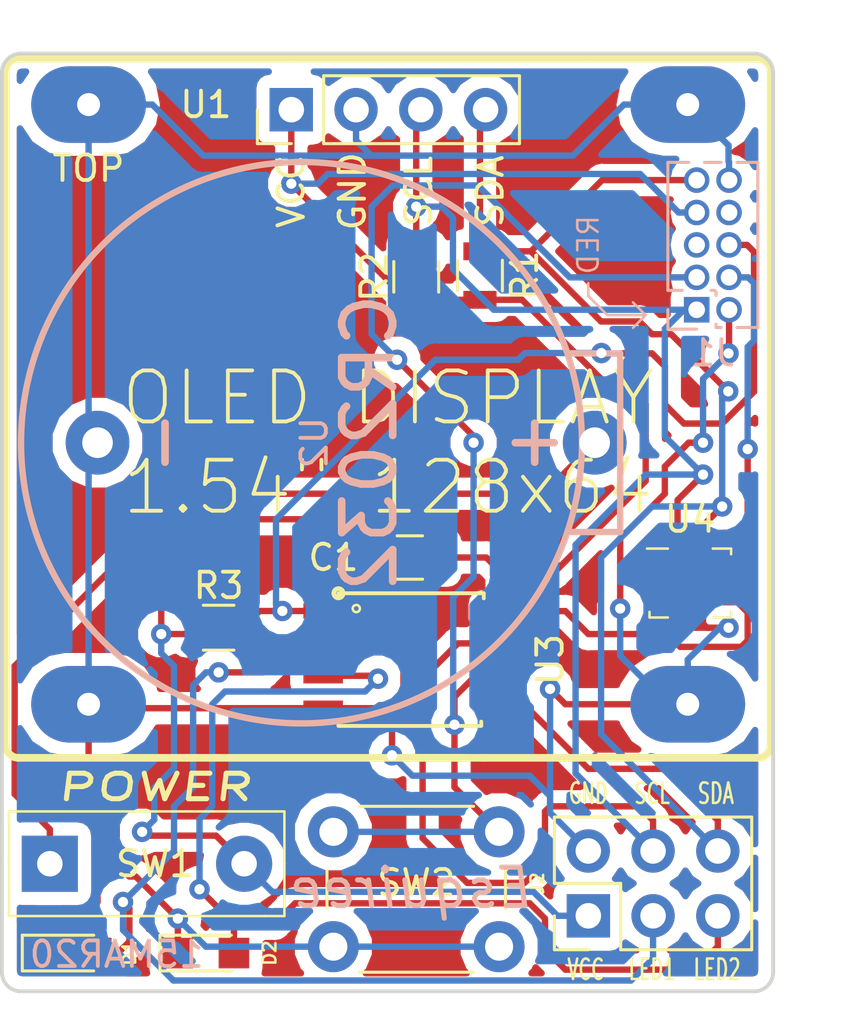
<source format=kicad_pcb>
(kicad_pcb (version 20171130) (host pcbnew "(5.0.0)")

  (general
    (thickness 1.6)
    (drawings 23)
    (tracks 295)
    (zones 0)
    (modules 14)
    (nets 10)
  )

  (page A4)
  (layers
    (0 F.Cu signal)
    (31 B.Cu signal)
    (32 B.Adhes user)
    (33 F.Adhes user)
    (34 B.Paste user)
    (35 F.Paste user)
    (36 B.SilkS user)
    (37 F.SilkS user)
    (38 B.Mask user)
    (39 F.Mask user)
    (40 Dwgs.User user)
    (41 Cmts.User user)
    (42 Eco1.User user)
    (43 Eco2.User user)
    (44 Edge.Cuts user)
    (45 Margin user)
    (46 B.CrtYd user)
    (47 F.CrtYd user)
    (48 B.Fab user)
    (49 F.Fab user)
  )

  (setup
    (last_trace_width 0.25)
    (trace_clearance 0.2)
    (zone_clearance 0.508)
    (zone_45_only no)
    (trace_min 0.2)
    (segment_width 0.1)
    (edge_width 0.15)
    (via_size 0.8)
    (via_drill 0.4)
    (via_min_size 0.4)
    (via_min_drill 0.3)
    (uvia_size 0.3)
    (uvia_drill 0.1)
    (uvias_allowed no)
    (uvia_min_size 0.2)
    (uvia_min_drill 0.1)
    (pcb_text_width 0.3)
    (pcb_text_size 1.5 1.5)
    (mod_edge_width 0.15)
    (mod_text_size 1 1)
    (mod_text_width 0.15)
    (pad_size 1.524 1.524)
    (pad_drill 0.762)
    (pad_to_mask_clearance 0.2)
    (aux_axis_origin 0 0)
    (visible_elements 7FFFFFFF)
    (pcbplotparams
      (layerselection 0x010fc_ffffffff)
      (usegerberextensions false)
      (usegerberattributes false)
      (usegerberadvancedattributes false)
      (creategerberjobfile false)
      (excludeedgelayer true)
      (linewidth 0.100000)
      (plotframeref false)
      (viasonmask false)
      (mode 1)
      (useauxorigin false)
      (hpglpennumber 1)
      (hpglpenspeed 20)
      (hpglpendiameter 15.000000)
      (psnegative false)
      (psa4output false)
      (plotreference true)
      (plotvalue true)
      (plotinvisibletext false)
      (padsonsilk false)
      (subtractmaskfromsilk false)
      (outputformat 1)
      (mirror false)
      (drillshape 0)
      (scaleselection 1)
      (outputdirectory "15MAR20/"))
  )

  (net 0 "")
  (net 1 GND)
  (net 2 +3V3)
  (net 3 BTN)
  (net 4 SCL)
  (net 5 RST)
  (net 6 SDA)
  (net 7 "Net-(SW1-Pad1)")
  (net 8 LED1)
  (net 9 LED2)

  (net_class Default "This is the default net class."
    (clearance 0.2)
    (trace_width 0.25)
    (via_dia 0.8)
    (via_drill 0.4)
    (uvia_dia 0.3)
    (uvia_drill 0.1)
    (add_net +3V3)
    (add_net BTN)
    (add_net GND)
    (add_net LED1)
    (add_net LED2)
    (add_net "Net-(SW1-Pad1)")
    (add_net RST)
    (add_net SCL)
    (add_net SDA)
  )

  (module Capacitors_SMD:C_0805 (layer F.Cu) (tedit 58AA8463) (tstamp 5E70FE7B)
    (at 132.5 87.25 180)
    (descr "Capacitor SMD 0805, reflow soldering, AVX (see smccp.pdf)")
    (tags "capacitor 0805")
    (path /5E6E3457)
    (attr smd)
    (fp_text reference C1 (at 3 0 180) (layer F.SilkS)
      (effects (font (size 1 1) (thickness 0.15)))
    )
    (fp_text value C (at 0 1.75 180) (layer F.Fab)
      (effects (font (size 1 1) (thickness 0.15)))
    )
    (fp_line (start 1.75 0.87) (end -1.75 0.87) (layer F.CrtYd) (width 0.05))
    (fp_line (start 1.75 0.87) (end 1.75 -0.88) (layer F.CrtYd) (width 0.05))
    (fp_line (start -1.75 -0.88) (end -1.75 0.87) (layer F.CrtYd) (width 0.05))
    (fp_line (start -1.75 -0.88) (end 1.75 -0.88) (layer F.CrtYd) (width 0.05))
    (fp_line (start -0.5 0.85) (end 0.5 0.85) (layer F.SilkS) (width 0.12))
    (fp_line (start 0.5 -0.85) (end -0.5 -0.85) (layer F.SilkS) (width 0.12))
    (fp_line (start -1 -0.62) (end 1 -0.62) (layer F.Fab) (width 0.1))
    (fp_line (start 1 -0.62) (end 1 0.62) (layer F.Fab) (width 0.1))
    (fp_line (start 1 0.62) (end -1 0.62) (layer F.Fab) (width 0.1))
    (fp_line (start -1 0.62) (end -1 -0.62) (layer F.Fab) (width 0.1))
    (fp_text user %R (at 0 -1.5 180) (layer F.Fab)
      (effects (font (size 1 1) (thickness 0.15)))
    )
    (pad 2 smd rect (at 1 0 180) (size 1 1.25) (layers F.Cu F.Paste F.Mask)
      (net 1 GND))
    (pad 1 smd rect (at -1 0 180) (size 1 1.25) (layers F.Cu F.Paste F.Mask)
      (net 2 +3V3))
    (model Capacitors_SMD.3dshapes/C_0805.wrl
      (at (xyz 0 0 0))
      (scale (xyz 1 1 1))
      (rotate (xyz 0 0 0))
    )
  )

  (module Pin_Headers:Pin_Header_Straight_2x05_Pitch1.27mm (layer B.Cu) (tedit 59650536) (tstamp 5E70FEA0)
    (at 143.75 77.54)
    (descr "Through hole straight pin header, 2x05, 1.27mm pitch, double rows")
    (tags "Through hole pin header THT 2x05 1.27mm double row")
    (path /5E6E85CA)
    (fp_text reference J1 (at 0.635 1.695) (layer B.SilkS)
      (effects (font (size 1 1) (thickness 0.15)) (justify mirror))
    )
    (fp_text value AVR-JTAG-10 (at 0.635 -6.775) (layer B.Fab)
      (effects (font (size 1 1) (thickness 0.15)) (justify mirror))
    )
    (fp_text user %R (at 0.635 -2.54 -90) (layer B.Fab)
      (effects (font (size 1 1) (thickness 0.15)) (justify mirror))
    )
    (fp_line (start 2.85 1.15) (end -1.6 1.15) (layer B.CrtYd) (width 0.05))
    (fp_line (start 2.85 -6.25) (end 2.85 1.15) (layer B.CrtYd) (width 0.05))
    (fp_line (start -1.6 -6.25) (end 2.85 -6.25) (layer B.CrtYd) (width 0.05))
    (fp_line (start -1.6 1.15) (end -1.6 -6.25) (layer B.CrtYd) (width 0.05))
    (fp_line (start -1.13 0.76) (end 0 0.76) (layer B.SilkS) (width 0.12))
    (fp_line (start -1.13 0) (end -1.13 0.76) (layer B.SilkS) (width 0.12))
    (fp_line (start 1.57753 0.695) (end 2.4 0.695) (layer B.SilkS) (width 0.12))
    (fp_line (start 0.76 0.695) (end 0.96247 0.695) (layer B.SilkS) (width 0.12))
    (fp_line (start 0.76 0.563471) (end 0.76 0.695) (layer B.SilkS) (width 0.12))
    (fp_line (start 0.76 -0.706529) (end 0.76 -0.563471) (layer B.SilkS) (width 0.12))
    (fp_line (start 0.563471 -0.76) (end 0.706529 -0.76) (layer B.SilkS) (width 0.12))
    (fp_line (start -1.13 -0.76) (end -0.563471 -0.76) (layer B.SilkS) (width 0.12))
    (fp_line (start 2.4 0.695) (end 2.4 -5.775) (layer B.SilkS) (width 0.12))
    (fp_line (start -1.13 -0.76) (end -1.13 -5.775) (layer B.SilkS) (width 0.12))
    (fp_line (start 0.30753 -5.775) (end 0.96247 -5.775) (layer B.SilkS) (width 0.12))
    (fp_line (start 1.57753 -5.775) (end 2.4 -5.775) (layer B.SilkS) (width 0.12))
    (fp_line (start -1.13 -5.775) (end -0.30753 -5.775) (layer B.SilkS) (width 0.12))
    (fp_line (start -1.07 -0.2175) (end -0.2175 0.635) (layer B.Fab) (width 0.1))
    (fp_line (start -1.07 -5.715) (end -1.07 -0.2175) (layer B.Fab) (width 0.1))
    (fp_line (start 2.34 -5.715) (end -1.07 -5.715) (layer B.Fab) (width 0.1))
    (fp_line (start 2.34 0.635) (end 2.34 -5.715) (layer B.Fab) (width 0.1))
    (fp_line (start -0.2175 0.635) (end 2.34 0.635) (layer B.Fab) (width 0.1))
    (pad 10 thru_hole oval (at 1.27 -5.08) (size 1 1) (drill 0.65) (layers *.Cu *.Mask)
      (net 1 GND))
    (pad 9 thru_hole oval (at 0 -5.08) (size 1 1) (drill 0.65) (layers *.Cu *.Mask)
      (net 6 SDA))
    (pad 8 thru_hole oval (at 1.27 -3.81) (size 1 1) (drill 0.65) (layers *.Cu *.Mask))
    (pad 7 thru_hole oval (at 0 -3.81) (size 1 1) (drill 0.65) (layers *.Cu *.Mask)
      (net 2 +3V3))
    (pad 6 thru_hole oval (at 1.27 -2.54) (size 1 1) (drill 0.65) (layers *.Cu *.Mask)
      (net 5 RST))
    (pad 5 thru_hole oval (at 0 -2.54) (size 1 1) (drill 0.65) (layers *.Cu *.Mask))
    (pad 4 thru_hole oval (at 1.27 -1.27) (size 1 1) (drill 0.65) (layers *.Cu *.Mask)
      (net 2 +3V3))
    (pad 3 thru_hole oval (at 0 -1.27) (size 1 1) (drill 0.65) (layers *.Cu *.Mask)
      (net 3 BTN))
    (pad 2 thru_hole oval (at 1.27 0) (size 1 1) (drill 0.65) (layers *.Cu *.Mask)
      (net 1 GND))
    (pad 1 thru_hole rect (at 0 0) (size 1 1) (drill 0.65) (layers *.Cu *.Mask)
      (net 4 SCL))
    (model ${KISYS3DMOD}/Pin_Headers.3dshapes/Pin_Header_Straight_2x05_Pitch1.27mm.wrl
      (at (xyz 0 0 0))
      (scale (xyz 1 1 1))
      (rotate (xyz 0 0 0))
    )
  )

  (module Resistors_SMD:R_0805 (layer F.Cu) (tedit 58E0A804) (tstamp 5E70FEC9)
    (at 135.25 76.2 90)
    (descr "Resistor SMD 0805, reflow soldering, Vishay (see dcrcw.pdf)")
    (tags "resistor 0805")
    (path /5E6E34A0)
    (attr smd)
    (fp_text reference R1 (at 0 1.75 90) (layer F.SilkS)
      (effects (font (size 1 1) (thickness 0.15)))
    )
    (fp_text value 1k (at 0 1.75 90) (layer F.Fab)
      (effects (font (size 1 1) (thickness 0.15)))
    )
    (fp_line (start 1.55 0.9) (end -1.55 0.9) (layer F.CrtYd) (width 0.05))
    (fp_line (start 1.55 0.9) (end 1.55 -0.9) (layer F.CrtYd) (width 0.05))
    (fp_line (start -1.55 -0.9) (end -1.55 0.9) (layer F.CrtYd) (width 0.05))
    (fp_line (start -1.55 -0.9) (end 1.55 -0.9) (layer F.CrtYd) (width 0.05))
    (fp_line (start -0.6 -0.88) (end 0.6 -0.88) (layer F.SilkS) (width 0.12))
    (fp_line (start 0.6 0.88) (end -0.6 0.88) (layer F.SilkS) (width 0.12))
    (fp_line (start -1 -0.62) (end 1 -0.62) (layer F.Fab) (width 0.1))
    (fp_line (start 1 -0.62) (end 1 0.62) (layer F.Fab) (width 0.1))
    (fp_line (start 1 0.62) (end -1 0.62) (layer F.Fab) (width 0.1))
    (fp_line (start -1 0.62) (end -1 -0.62) (layer F.Fab) (width 0.1))
    (fp_text user %R (at 0 0 90) (layer F.Fab)
      (effects (font (size 0.5 0.5) (thickness 0.075)))
    )
    (pad 2 smd rect (at 0.95 0 90) (size 0.7 1.3) (layers F.Cu F.Paste F.Mask)
      (net 6 SDA))
    (pad 1 smd rect (at -0.95 0 90) (size 0.7 1.3) (layers F.Cu F.Paste F.Mask)
      (net 2 +3V3))
    (model ${KISYS3DMOD}/Resistors_SMD.3dshapes/R_0805.wrl
      (at (xyz 0 0 0))
      (scale (xyz 1 1 1))
      (rotate (xyz 0 0 0))
    )
  )

  (module Resistors_SMD:R_0805 (layer F.Cu) (tedit 58E0A804) (tstamp 5E70FEDA)
    (at 132.75 76.25 90)
    (descr "Resistor SMD 0805, reflow soldering, Vishay (see dcrcw.pdf)")
    (tags "resistor 0805")
    (path /5E6E499E)
    (attr smd)
    (fp_text reference R2 (at 0 -1.65 90) (layer F.SilkS)
      (effects (font (size 1 1) (thickness 0.15)))
    )
    (fp_text value 1k (at 0 1.75 90) (layer F.Fab)
      (effects (font (size 1 1) (thickness 0.15)))
    )
    (fp_text user %R (at 0 0 90) (layer F.Fab)
      (effects (font (size 0.5 0.5) (thickness 0.075)))
    )
    (fp_line (start -1 0.62) (end -1 -0.62) (layer F.Fab) (width 0.1))
    (fp_line (start 1 0.62) (end -1 0.62) (layer F.Fab) (width 0.1))
    (fp_line (start 1 -0.62) (end 1 0.62) (layer F.Fab) (width 0.1))
    (fp_line (start -1 -0.62) (end 1 -0.62) (layer F.Fab) (width 0.1))
    (fp_line (start 0.6 0.88) (end -0.6 0.88) (layer F.SilkS) (width 0.12))
    (fp_line (start -0.6 -0.88) (end 0.6 -0.88) (layer F.SilkS) (width 0.12))
    (fp_line (start -1.55 -0.9) (end 1.55 -0.9) (layer F.CrtYd) (width 0.05))
    (fp_line (start -1.55 -0.9) (end -1.55 0.9) (layer F.CrtYd) (width 0.05))
    (fp_line (start 1.55 0.9) (end 1.55 -0.9) (layer F.CrtYd) (width 0.05))
    (fp_line (start 1.55 0.9) (end -1.55 0.9) (layer F.CrtYd) (width 0.05))
    (pad 1 smd rect (at -0.95 0 90) (size 0.7 1.3) (layers F.Cu F.Paste F.Mask)
      (net 2 +3V3))
    (pad 2 smd rect (at 0.95 0 90) (size 0.7 1.3) (layers F.Cu F.Paste F.Mask)
      (net 4 SCL))
    (model ${KISYS3DMOD}/Resistors_SMD.3dshapes/R_0805.wrl
      (at (xyz 0 0 0))
      (scale (xyz 1 1 1))
      (rotate (xyz 0 0 0))
    )
  )

  (module Resistors_SMD:R_0805 (layer F.Cu) (tedit 58E0A804) (tstamp 5E70FEEB)
    (at 125 90)
    (descr "Resistor SMD 0805, reflow soldering, Vishay (see dcrcw.pdf)")
    (tags "resistor 0805")
    (path /5E6E49C6)
    (attr smd)
    (fp_text reference R3 (at 0 -1.65) (layer F.SilkS)
      (effects (font (size 1 1) (thickness 0.15)))
    )
    (fp_text value 1k (at 0 1.75) (layer F.Fab)
      (effects (font (size 1 1) (thickness 0.15)))
    )
    (fp_line (start 1.55 0.9) (end -1.55 0.9) (layer F.CrtYd) (width 0.05))
    (fp_line (start 1.55 0.9) (end 1.55 -0.9) (layer F.CrtYd) (width 0.05))
    (fp_line (start -1.55 -0.9) (end -1.55 0.9) (layer F.CrtYd) (width 0.05))
    (fp_line (start -1.55 -0.9) (end 1.55 -0.9) (layer F.CrtYd) (width 0.05))
    (fp_line (start -0.6 -0.88) (end 0.6 -0.88) (layer F.SilkS) (width 0.12))
    (fp_line (start 0.6 0.88) (end -0.6 0.88) (layer F.SilkS) (width 0.12))
    (fp_line (start -1 -0.62) (end 1 -0.62) (layer F.Fab) (width 0.1))
    (fp_line (start 1 -0.62) (end 1 0.62) (layer F.Fab) (width 0.1))
    (fp_line (start 1 0.62) (end -1 0.62) (layer F.Fab) (width 0.1))
    (fp_line (start -1 0.62) (end -1 -0.62) (layer F.Fab) (width 0.1))
    (fp_text user %R (at 0 0) (layer F.Fab)
      (effects (font (size 0.5 0.5) (thickness 0.075)))
    )
    (pad 2 smd rect (at 0.95 0) (size 0.7 1.3) (layers F.Cu F.Paste F.Mask)
      (net 5 RST))
    (pad 1 smd rect (at -0.95 0) (size 0.7 1.3) (layers F.Cu F.Paste F.Mask)
      (net 2 +3V3))
    (model ${KISYS3DMOD}/Resistors_SMD.3dshapes/R_0805.wrl
      (at (xyz 0 0 0))
      (scale (xyz 1 1 1))
      (rotate (xyz 0 0 0))
    )
  )

  (module "TEST:Single Dip Siwtch" (layer F.Cu) (tedit 5C6A0EE0) (tstamp 5E70FEFE)
    (at 118.38 99.25 90)
    (descr "Through hole straight pin header, 1x04, 2.54mm pitch, single row")
    (tags "Through hole pin header THT 1x04 2.54mm single row")
    (path /5E6EFF16)
    (fp_text reference SW1 (at 0 4.12 180) (layer F.SilkS)
      (effects (font (size 1 1) (thickness 0.15)))
    )
    (fp_text value SW_SPST (at 0 9.95 90) (layer F.Fab)
      (effects (font (size 1 1) (thickness 0.15)))
    )
    (fp_line (start 1.8 -1.8) (end -1.8 -1.8) (layer F.CrtYd) (width 0.05))
    (fp_line (start -1.8 9.4) (end 1.8 9.4) (layer F.CrtYd) (width 0.05))
    (fp_line (start 0 -1.6) (end 1.6 -1.6) (layer F.SilkS) (width 0.1))
    (fp_line (start 2.05 -1.6) (end 1.6 -1.6) (layer F.SilkS) (width 0.1))
    (fp_line (start 1.6 -1.6) (end 2.05 -1.6) (layer F.SilkS) (width 0.1))
    (fp_line (start 2.05 -1.6) (end 2.05 8.85) (layer F.SilkS) (width 0.1))
    (fp_line (start -2.05 -1.6) (end 0 -1.6) (layer F.SilkS) (width 0.1))
    (fp_line (start -2.05 -1.6) (end -2.05 8.45) (layer F.SilkS) (width 0.1))
    (fp_line (start 0 9.2) (end 2.05 9.2) (layer F.SilkS) (width 0.1))
    (fp_line (start 2.05 9.2) (end 2.05 8.85) (layer F.SilkS) (width 0.1))
    (fp_line (start 0 9.2) (end -2 9.2) (layer F.SilkS) (width 0.1))
    (fp_line (start -2 9.2) (end -2.05 9.2) (layer F.SilkS) (width 0.1))
    (fp_line (start -2.05 9.2) (end -2.05 8.4) (layer F.SilkS) (width 0.1))
    (pad 2 thru_hole oval (at 0 7.62 90) (size 2.2 2.2) (drill 1) (layers *.Cu *.Mask)
      (net 2 +3V3))
    (pad 1 thru_hole rect (at 0 0 90) (size 2.2 2.2) (drill 1) (layers *.Cu *.Mask)
      (net 7 "Net-(SW1-Pad1)"))
    (model C:/Users/Reed/Downloads/dip-switch-9.snapshot.2/DIP-1.STEP
      (offset (xyz 1.5 -8.800000000000001 0))
      (scale (xyz 1 1 1))
      (rotate (xyz -90 0 -90))
    )
  )

  (module Buttons_Switches_THT:SW_PUSH_6mm (layer F.Cu) (tedit 5923F252) (tstamp 5E70FF1D)
    (at 129.5 98)
    (descr https://www.omron.com/ecb/products/pdf/en-b3f.pdf)
    (tags "tact sw push 6mm")
    (path /5E6EA7DF)
    (fp_text reference SW2 (at 3.25 2) (layer F.SilkS)
      (effects (font (size 1 1) (thickness 0.15)))
    )
    (fp_text value SW_SPST (at 3.75 6.7) (layer F.Fab)
      (effects (font (size 1 1) (thickness 0.15)))
    )
    (fp_circle (center 3.25 2.25) (end 1.25 2.5) (layer F.Fab) (width 0.1))
    (fp_line (start 6.75 3) (end 6.75 1.5) (layer F.SilkS) (width 0.12))
    (fp_line (start 5.5 -1) (end 1 -1) (layer F.SilkS) (width 0.12))
    (fp_line (start -0.25 1.5) (end -0.25 3) (layer F.SilkS) (width 0.12))
    (fp_line (start 1 5.5) (end 5.5 5.5) (layer F.SilkS) (width 0.12))
    (fp_line (start 8 -1.25) (end 8 5.75) (layer F.CrtYd) (width 0.05))
    (fp_line (start 7.75 6) (end -1.25 6) (layer F.CrtYd) (width 0.05))
    (fp_line (start -1.5 5.75) (end -1.5 -1.25) (layer F.CrtYd) (width 0.05))
    (fp_line (start -1.25 -1.5) (end 7.75 -1.5) (layer F.CrtYd) (width 0.05))
    (fp_line (start -1.5 6) (end -1.25 6) (layer F.CrtYd) (width 0.05))
    (fp_line (start -1.5 5.75) (end -1.5 6) (layer F.CrtYd) (width 0.05))
    (fp_line (start -1.5 -1.5) (end -1.25 -1.5) (layer F.CrtYd) (width 0.05))
    (fp_line (start -1.5 -1.25) (end -1.5 -1.5) (layer F.CrtYd) (width 0.05))
    (fp_line (start 8 -1.5) (end 8 -1.25) (layer F.CrtYd) (width 0.05))
    (fp_line (start 7.75 -1.5) (end 8 -1.5) (layer F.CrtYd) (width 0.05))
    (fp_line (start 8 6) (end 8 5.75) (layer F.CrtYd) (width 0.05))
    (fp_line (start 7.75 6) (end 8 6) (layer F.CrtYd) (width 0.05))
    (fp_line (start 0.25 -0.75) (end 3.25 -0.75) (layer F.Fab) (width 0.1))
    (fp_line (start 0.25 5.25) (end 0.25 -0.75) (layer F.Fab) (width 0.1))
    (fp_line (start 6.25 5.25) (end 0.25 5.25) (layer F.Fab) (width 0.1))
    (fp_line (start 6.25 -0.75) (end 6.25 5.25) (layer F.Fab) (width 0.1))
    (fp_line (start 3.25 -0.75) (end 6.25 -0.75) (layer F.Fab) (width 0.1))
    (fp_text user %R (at 3.25 2.25) (layer F.Fab)
      (effects (font (size 1 1) (thickness 0.15)))
    )
    (pad 1 thru_hole circle (at 6.5 0 90) (size 2 2) (drill 1.1) (layers *.Cu *.Mask)
      (net 3 BTN))
    (pad 2 thru_hole circle (at 6.5 4.5 90) (size 2 2) (drill 1.1) (layers *.Cu *.Mask)
      (net 1 GND))
    (pad 1 thru_hole circle (at 0 0 90) (size 2 2) (drill 1.1) (layers *.Cu *.Mask)
      (net 3 BTN))
    (pad 2 thru_hole circle (at 0 4.5 90) (size 2 2) (drill 1.1) (layers *.Cu *.Mask)
      (net 1 GND))
    (model ${KISYS3DMOD}/Buttons_Switches_THT.3dshapes/SW_PUSH_6mm.wrl
      (offset (xyz 0.1269999980926514 0 0))
      (scale (xyz 0.3937 0.3937 0.3937))
      (rotate (xyz 0 0 0))
    )
  )

  (module TEST:SSD1306_NO_BOTTOM_SILK (layer F.Cu) (tedit 5E619994) (tstamp 5E70FF4E)
    (at 131.650001 71.5)
    (descr "Through hole straight pin header, 1x04, 2.54mm pitch, single row")
    (tags "Through hole pin header THT 1x04 2.54mm single row")
    (path /5E6E32F1)
    (fp_text reference U1 (at -7.150001 -2 180) (layer F.SilkS)
      (effects (font (size 1 1) (thickness 0.15)))
    )
    (fp_text value I2C_LCD (at 0 -5.25) (layer F.Fab)
      (effects (font (size 1 1) (thickness 0.15)))
    )
    (fp_text user "1.54\" 128x64" (at 0 13) (layer F.SilkS)
      (effects (font (size 2 2) (thickness 0.15)))
    )
    (fp_text user "OLED DISPLAY" (at 0 9.5) (layer F.SilkS)
      (effects (font (size 2 2) (thickness 0.15)))
    )
    (fp_line (start -15 23.1) (end -15 -3.3) (layer F.SilkS) (width 0.3))
    (fp_line (start 15 -3.3) (end 15 23.1) (layer F.SilkS) (width 0.3))
    (fp_line (start 3.8 23.6) (end -7.9 23.6) (layer F.SilkS) (width 0.3))
    (fp_line (start -14.5 23.6) (end -7.9 23.6) (layer F.SilkS) (width 0.3))
    (fp_arc (start -14.5 23.1) (end -15 23.1) (angle -90) (layer F.SilkS) (width 0.3))
    (fp_line (start 14.5 23.6) (end 3.8 23.6) (layer F.SilkS) (width 0.3))
    (fp_arc (start 14.5 23.1) (end 14.5 23.6) (angle -90) (layer F.SilkS) (width 0.3))
    (fp_line (start 2.8 23.6) (end 3 23.6) (layer F.SilkS) (width 0.3))
    (fp_line (start 0.6 23.6) (end 2.8 23.6) (layer F.SilkS) (width 0.3))
    (fp_arc (start -14.5 -3.3) (end -14.5 -3.8) (angle -90) (layer F.SilkS) (width 0.3))
    (fp_line (start -14.5 -3.8) (end -3.8 -3.8) (layer F.SilkS) (width 0.3))
    (fp_arc (start 14.5 -3.3) (end 15 -3.3) (angle -90) (layer F.SilkS) (width 0.3))
    (fp_line (start 14.5 -3.8) (end 7.9 -3.8) (layer F.SilkS) (width 0.3))
    (fp_line (start -3.8 -3.8) (end 7.9 -3.8) (layer F.SilkS) (width 0.3))
    (fp_text user SDA (at 4 1.4 90) (layer F.SilkS)
      (effects (font (size 1 1) (thickness 0.15)))
    )
    (fp_text user SCL (at 1.2 1.4 90) (layer F.SilkS)
      (effects (font (size 1 1) (thickness 0.15)))
    )
    (fp_text user GND (at -1.4 1.4 90) (layer F.SilkS)
      (effects (font (size 1 1) (thickness 0.15)))
    )
    (fp_text user VCC (at -3.8 1.4 90) (layer F.SilkS)
      (effects (font (size 1 1) (thickness 0.15)))
    )
    (fp_line (start -5.07 -1.165) (end -5.07 -3.07) (layer F.Fab) (width 0.1))
    (fp_line (start -5.07 -3.07) (end 5.09 -3.07) (layer F.Fab) (width 0.1))
    (fp_line (start 5.09 -3.07) (end 5.09 -0.53) (layer F.Fab) (width 0.1))
    (fp_line (start 5.09 -0.53) (end -4.435 -0.53) (layer F.Fab) (width 0.1))
    (fp_line (start -4.435 -0.53) (end -5.07 -1.165) (layer F.Fab) (width 0.1))
    (fp_line (start 5.15 -0.47) (end 5.15 -3.13) (layer F.SilkS) (width 0.12))
    (fp_line (start -2.53 -0.47) (end 5.15 -0.47) (layer F.SilkS) (width 0.12))
    (fp_line (start -2.53 -3.13) (end 5.15 -3.13) (layer F.SilkS) (width 0.12))
    (fp_line (start -2.53 -0.47) (end -2.53 -3.13) (layer F.SilkS) (width 0.12))
    (fp_line (start -3.8 -0.47) (end -5.13 -0.47) (layer F.SilkS) (width 0.12))
    (fp_line (start -5.13 -0.47) (end -5.13 -1.8) (layer F.SilkS) (width 0.12))
    (fp_line (start -5.6 0) (end 5.6 0) (layer F.CrtYd) (width 0.05))
    (fp_line (start 5.6 0) (end 5.6 -3.6) (layer F.CrtYd) (width 0.05))
    (fp_line (start 5.6 -3.6) (end -5.6 -3.6) (layer F.CrtYd) (width 0.05))
    (fp_line (start -5.6 -3.6) (end -5.6 0) (layer F.CrtYd) (width 0.05))
    (fp_text user %R (at 0.6 6.2 180) (layer F.Fab)
      (effects (font (size 1 1) (thickness 0.15)))
    )
    (fp_text user TOP (at -11.75 0.5) (layer F.SilkS)
      (effects (font (size 1 1) (thickness 0.15)))
    )
    (pad 5 thru_hole oval (at -11.75 21.5) (size 4.5 3) (drill 0.9) (layers *.Cu *.Mask)
      (net 1 GND))
    (pad 5 thru_hole oval (at 11.75 21.5) (size 4.5 3) (drill 0.9) (layers *.Cu *.Mask)
      (net 1 GND))
    (pad 5 thru_hole oval (at -11.75 -2) (size 4.5 3) (drill 0.9) (layers *.Cu *.Mask)
      (net 1 GND))
    (pad 5 thru_hole oval (at 11.75 -2) (size 4.5 3) (drill 0.9) (layers *.Cu *.Mask)
      (net 1 GND))
    (pad 1 thru_hole rect (at -3.8 -1.8 180) (size 1.7 1.7) (drill 1) (layers *.Cu *.Mask)
      (net 2 +3V3))
    (pad 2 thru_hole oval (at -1.26 -1.8 90) (size 1.7 1.7) (drill 1) (layers *.Cu *.Mask)
      (net 1 GND))
    (pad 3 thru_hole oval (at 1.28 -1.8 90) (size 1.7 1.7) (drill 1) (layers *.Cu *.Mask)
      (net 4 SCL))
    (pad 4 thru_hole oval (at 3.82 -1.8 90) (size 1.7 1.7) (drill 1) (layers *.Cu *.Mask)
      (net 6 SDA))
    (model "C:/Users/Reed/Downloads/oled-display-module-spi-interface-1-54-1.snapshot.7/OLED Display Module 1.54 SPI interface/OLED Display 1.stp"
      (offset (xyz -15 3.5 1.5))
      (scale (xyz 0.6899999999999999 0.5001 0.6899999999999999))
      (rotate (xyz -90 0 0))
    )
  )

  (module TEST:ATtiny85_SMD (layer F.Cu) (tedit 5C96C503) (tstamp 5E70FF83)
    (at 132.5 91.25)
    (descr "8-Lead Plastic Small Outline (SN) - Narrow, 3.90 mm Body [SOIC] (see Microchip Packaging Specification 00000049BS.pdf)")
    (tags "SOIC 1.27")
    (path /5E6E340A)
    (attr smd)
    (fp_text reference U3 (at 5.5 0 90) (layer F.SilkS)
      (effects (font (size 1 1) (thickness 0.15)))
    )
    (fp_text value ATtiny85-20PU (at 0 3.5) (layer F.Fab)
      (effects (font (size 1 1) (thickness 0.15)))
    )
    (fp_circle (center -2.8 -2.6) (end -2.6 -2.5) (layer F.SilkS) (width 0.1))
    (fp_circle (center -2.8 -2.6) (end -2.7 -2.5) (layer F.SilkS) (width 0.1))
    (fp_circle (center -2.1 -2) (end -2 -1.9) (layer F.SilkS) (width 0.1))
    (fp_text user %R (at 0.4 -0.1) (layer F.Fab)
      (effects (font (size 1 1) (thickness 0.15)))
    )
    (fp_line (start -0.95 -2.35) (end 1.95 -2.35) (layer F.Fab) (width 0.1))
    (fp_line (start 1.95 -2.35) (end 1.95 2.55) (layer F.Fab) (width 0.1))
    (fp_line (start 1.95 2.55) (end -1.95 2.55) (layer F.Fab) (width 0.1))
    (fp_line (start -1.95 2.55) (end -1.95 -1.35) (layer F.Fab) (width 0.1))
    (fp_line (start -1.95 -1.35) (end -0.95 -2.35) (layer F.Fab) (width 0.1))
    (fp_line (start -4.43 -2.7) (end -4.43 2.7) (layer F.CrtYd) (width 0.05))
    (fp_line (start 3.03 -2.7) (end 3.03 2.7) (layer F.CrtYd) (width 0.05))
    (fp_line (start -4.43 -2.7) (end 3.03 -2.7) (layer F.CrtYd) (width 0.05))
    (fp_line (start -4.43 2.7) (end 3.03 2.7) (layer F.CrtYd) (width 0.05))
    (fp_line (start -2.8 -2.6) (end -2.8 -2.5) (layer F.SilkS) (width 0.15))
    (fp_line (start 2.9 -2.6) (end 2.9 -2.4) (layer F.SilkS) (width 0.15))
    (fp_line (start 2.8 2.575) (end 2.8 2.43) (layer F.SilkS) (width 0.15))
    (fp_line (start -2.8 2.6) (end -2.8 2.4) (layer F.SilkS) (width 0.15))
    (fp_line (start -2.8 -2.6) (end 2.9 -2.6) (layer F.SilkS) (width 0.15))
    (fp_line (start -2.775 2.6) (end 2.8 2.6) (layer F.SilkS) (width 0.15))
    (pad 1 smd rect (at -3.4 -1.905) (size 1.55 0.6) (layers F.Cu F.Paste F.Mask)
      (net 5 RST))
    (pad 2 smd rect (at -3.4 -0.635) (size 1.55 0.6) (layers F.Cu F.Paste F.Mask)
      (net 8 LED1))
    (pad 3 smd rect (at -3.4 0.635) (size 1.55 0.6) (layers F.Cu F.Paste F.Mask)
      (net 9 LED2))
    (pad 4 smd rect (at -3.4 1.905) (size 1.55 0.6) (layers F.Cu F.Paste F.Mask)
      (net 1 GND))
    (pad 5 smd rect (at 3.6 1.905) (size 1.55 0.6) (layers F.Cu F.Paste F.Mask)
      (net 6 SDA))
    (pad 6 smd rect (at 3.6 0.635) (size 1.55 0.6) (layers F.Cu F.Paste F.Mask)
      (net 3 BTN))
    (pad 7 smd rect (at 3.6 -0.635) (size 1.55 0.6) (layers F.Cu F.Paste F.Mask)
      (net 4 SCL))
    (pad 8 smd rect (at 3.6 -1.9) (size 1.55 0.6) (layers F.Cu F.Paste F.Mask)
      (net 2 +3V3))
    (model ${KISYS3DMOD}/Housings_SOIC.3dshapes/SOIC-8_3.9x4.9mm_Pitch1.27mm.wrl
      (offset (xyz 0.75 0 0))
      (scale (xyz 1 1 1))
      (rotate (xyz 0 0 0))
    )
  )

  (module "TEST:CR2032 Housing" (layer B.Cu) (tedit 5B29A484) (tstamp 5E710DBB)
    (at 128.25 82.75 270)
    (path /5E6EF3F5)
    (fp_text reference U2 (at 0 -0.5 270) (layer B.SilkS)
      (effects (font (size 1 1) (thickness 0.15)) (justify mirror))
    )
    (fp_text value "Bat(1-POS)" (at 0 0.5 270) (layer B.Fab)
      (effects (font (size 1 1) (thickness 0.15)) (justify mirror))
    )
    (fp_text user CR2032 (at 0 -2.667 270) (layer B.SilkS)
      (effects (font (size 2 2) (thickness 0.3)) (justify mirror))
    )
    (fp_text user - (at 0 5.5 270) (layer B.SilkS)
      (effects (font (size 2 2) (thickness 0.3)) (justify mirror))
    )
    (fp_text user + (at 0 -9 270) (layer B.SilkS)
      (effects (font (size 2 2) (thickness 0.3)) (justify mirror))
    )
    (fp_line (start 0 -12.5) (end -3.5 -12.5) (layer B.SilkS) (width 0.25))
    (fp_line (start -3.5 -12.5) (end -3.5 -10.5) (layer B.SilkS) (width 0.25))
    (fp_line (start 0 -12.5) (end 3 -12.5) (layer B.SilkS) (width 0.25))
    (fp_line (start 3 -12.5) (end 3.5 -12.5) (layer B.SilkS) (width 0.25))
    (fp_line (start 3.5 -12.5) (end 3.5 -10.5) (layer B.SilkS) (width 0.25))
    (fp_circle (center 0 0) (end 11 0) (layer B.SilkS) (width 0.25))
    (pad 1 thru_hole circle (at 0 8 270) (size 2.5 2.5) (drill 1.2) (layers *.Cu *.Mask)
      (net 1 GND))
    (pad 2 thru_hole circle (at 0 -11.5 270) (size 2.5 2.5) (drill 1.2) (layers *.Cu *.Mask)
      (net 7 "Net-(SW1-Pad1)"))
    (model "C:/Users/Reed/Downloads/Keystone 1026 Coin Cell Battery Holder (2032).stp"
      (offset (xyz 0 -11 0))
      (scale (xyz 0.75 0.75 0.75))
      (rotate (xyz 0 0 -90))
    )
  )

  (module LEDs:LED_0805 (layer F.Cu) (tedit 5E6E3F68) (tstamp 5E711C53)
    (at 119.1 102.75)
    (descr "LED 0805 smd package")
    (tags "LED led 0805 SMD smd SMT smt smdled SMDLED smtled SMTLED")
    (path /5E707B60)
    (attr smd)
    (fp_text reference D1 (at 2.4 0 90) (layer F.SilkS)
      (effects (font (size 0.5 0.5) (thickness 0.1)))
    )
    (fp_text value LED (at 0 1.55) (layer F.Fab)
      (effects (font (size 1 1) (thickness 0.15)))
    )
    (fp_text user %R (at 0 -1.25) (layer F.Fab)
      (effects (font (size 0.4 0.4) (thickness 0.1)))
    )
    (fp_line (start -1.95 -0.85) (end 1.95 -0.85) (layer F.CrtYd) (width 0.05))
    (fp_line (start -1.95 0.85) (end -1.95 -0.85) (layer F.CrtYd) (width 0.05))
    (fp_line (start 1.95 0.85) (end -1.95 0.85) (layer F.CrtYd) (width 0.05))
    (fp_line (start 1.95 -0.85) (end 1.95 0.85) (layer F.CrtYd) (width 0.05))
    (fp_line (start -1.8 -0.7) (end 1 -0.7) (layer F.SilkS) (width 0.12))
    (fp_line (start -1.8 0.7) (end 1 0.7) (layer F.SilkS) (width 0.12))
    (fp_line (start -1 0.6) (end -1 -0.6) (layer F.Fab) (width 0.1))
    (fp_line (start -1 -0.6) (end 1 -0.6) (layer F.Fab) (width 0.1))
    (fp_line (start 1 -0.6) (end 1 0.6) (layer F.Fab) (width 0.1))
    (fp_line (start 1 0.6) (end -1 0.6) (layer F.Fab) (width 0.1))
    (fp_line (start 0.2 -0.4) (end 0.2 0.4) (layer F.Fab) (width 0.1))
    (fp_line (start 0.2 0.4) (end -0.4 0) (layer F.Fab) (width 0.1))
    (fp_line (start -0.4 0) (end 0.2 -0.4) (layer F.Fab) (width 0.1))
    (fp_line (start -0.4 -0.4) (end -0.4 0.4) (layer F.Fab) (width 0.1))
    (fp_line (start -1.8 -0.7) (end -1.8 0.7) (layer F.SilkS) (width 0.12))
    (pad 1 smd rect (at -1.1 0 180) (size 1.2 1.2) (layers F.Cu F.Paste F.Mask)
      (net 1 GND))
    (pad 2 smd rect (at 1.1 0 180) (size 1.2 1.2) (layers F.Cu F.Paste F.Mask)
      (net 8 LED1))
    (model ${KISYS3DMOD}/LEDs.3dshapes/LED_0805.wrl
      (at (xyz 0 0 0))
      (scale (xyz 1 1 1))
      (rotate (xyz 0 0 180))
    )
  )

  (module LEDs:LED_0805 (layer F.Cu) (tedit 5E6E3F60) (tstamp 5E711C69)
    (at 124.5 102.75)
    (descr "LED 0805 smd package")
    (tags "LED led 0805 SMD smd SMT smt smdled SMDLED smtled SMTLED")
    (path /5E70A488)
    (attr smd)
    (fp_text reference D2 (at 2.5 0 90) (layer F.SilkS)
      (effects (font (size 0.5 0.5) (thickness 0.1)))
    )
    (fp_text value LED (at 0 1.55) (layer F.Fab)
      (effects (font (size 1 1) (thickness 0.15)))
    )
    (fp_line (start -1.8 -0.7) (end -1.8 0.7) (layer F.SilkS) (width 0.12))
    (fp_line (start -0.4 -0.4) (end -0.4 0.4) (layer F.Fab) (width 0.1))
    (fp_line (start -0.4 0) (end 0.2 -0.4) (layer F.Fab) (width 0.1))
    (fp_line (start 0.2 0.4) (end -0.4 0) (layer F.Fab) (width 0.1))
    (fp_line (start 0.2 -0.4) (end 0.2 0.4) (layer F.Fab) (width 0.1))
    (fp_line (start 1 0.6) (end -1 0.6) (layer F.Fab) (width 0.1))
    (fp_line (start 1 -0.6) (end 1 0.6) (layer F.Fab) (width 0.1))
    (fp_line (start -1 -0.6) (end 1 -0.6) (layer F.Fab) (width 0.1))
    (fp_line (start -1 0.6) (end -1 -0.6) (layer F.Fab) (width 0.1))
    (fp_line (start -1.8 0.7) (end 1 0.7) (layer F.SilkS) (width 0.12))
    (fp_line (start -1.8 -0.7) (end 1 -0.7) (layer F.SilkS) (width 0.12))
    (fp_line (start 1.95 -0.85) (end 1.95 0.85) (layer F.CrtYd) (width 0.05))
    (fp_line (start 1.95 0.85) (end -1.95 0.85) (layer F.CrtYd) (width 0.05))
    (fp_line (start -1.95 0.85) (end -1.95 -0.85) (layer F.CrtYd) (width 0.05))
    (fp_line (start -1.95 -0.85) (end 1.95 -0.85) (layer F.CrtYd) (width 0.05))
    (fp_text user %R (at 0 -1.25) (layer F.Fab)
      (effects (font (size 0.4 0.4) (thickness 0.1)))
    )
    (pad 2 smd rect (at 1.1 0 180) (size 1.2 1.2) (layers F.Cu F.Paste F.Mask)
      (net 9 LED2))
    (pad 1 smd rect (at -1.1 0 180) (size 1.2 1.2) (layers F.Cu F.Paste F.Mask)
      (net 1 GND))
    (model ${KISYS3DMOD}/LEDs.3dshapes/LED_0805.wrl
      (at (xyz 0 0 0))
      (scale (xyz 1 1 1))
      (rotate (xyz 0 0 180))
    )
  )

  (module Housings_LGA:Bosch_LGA-14_3x2.5mm_Pitch0.5mm (layer F.Cu) (tedit 59FB04A2) (tstamp 5E711C8C)
    (at 143.5 88.25)
    (descr "LGA-14 Bosch https://ae-bst.resource.bosch.com/media/_tech/media/datasheets/BST-BMI160-DS000-07.pdf")
    (tags "lga land grid array")
    (path /5E6E362B)
    (attr smd)
    (fp_text reference U4 (at 0 -2.5) (layer F.SilkS)
      (effects (font (size 1 1) (thickness 0.15)))
    )
    (fp_text value LSM6DS3 (at 0 2.5) (layer F.Fab)
      (effects (font (size 1 1) (thickness 0.15)))
    )
    (fp_line (start -1.85 1.6) (end -1.85 -1.6) (layer F.CrtYd) (width 0.05))
    (fp_line (start 1.85 1.6) (end -1.85 1.6) (layer F.CrtYd) (width 0.05))
    (fp_line (start 1.85 -1.6) (end 1.85 1.6) (layer F.CrtYd) (width 0.05))
    (fp_line (start -1.85 -1.6) (end 1.85 -1.6) (layer F.CrtYd) (width 0.05))
    (fp_line (start -1.5 1.25) (end -1.5 -0.5) (layer F.Fab) (width 0.1))
    (fp_line (start 1.5 1.25) (end -1.5 1.25) (layer F.Fab) (width 0.1))
    (fp_line (start 1.5 -1.25) (end 1.5 1.25) (layer F.Fab) (width 0.1))
    (fp_line (start -0.75 -1.25) (end 1.5 -1.25) (layer F.Fab) (width 0.1))
    (fp_line (start -0.75 -1.25) (end -1.5 -0.5) (layer F.Fab) (width 0.1))
    (fp_text user %R (at 0 0) (layer F.Fab)
      (effects (font (size 0.5 0.5) (thickness 0.075)))
    )
    (fp_line (start 1.6 -1.35) (end 1.6 -1.13) (layer F.SilkS) (width 0.1))
    (fp_line (start 0.88 -1.35) (end 1.6 -1.35) (layer F.SilkS) (width 0.1))
    (fp_line (start 1.6 1.35) (end 0.88 1.35) (layer F.SilkS) (width 0.1))
    (fp_line (start 1.6 1.13) (end 1.6 1.35) (layer F.SilkS) (width 0.1))
    (fp_line (start -1.6 1.35) (end -1.6 1.13) (layer F.SilkS) (width 0.1))
    (fp_line (start -1.6 1.35) (end -0.88 1.35) (layer F.SilkS) (width 0.1))
    (fp_line (start -1.7 -1.35) (end -0.88 -1.35) (layer F.SilkS) (width 0.1))
    (pad 11 smd rect (at 1.2625 -0.75) (size 0.675 0.25) (layers F.Cu F.Paste F.Mask))
    (pad 10 smd rect (at 1.2625 -0.25) (size 0.675 0.25) (layers F.Cu F.Paste F.Mask))
    (pad 9 smd rect (at 1.2625 0.25) (size 0.675 0.25) (layers F.Cu F.Paste F.Mask))
    (pad 8 smd rect (at 1.2625 0.75) (size 0.675 0.25) (layers F.Cu F.Paste F.Mask)
      (net 2 +3V3))
    (pad 4 smd rect (at -1.2625 0.75) (size 0.675 0.25) (layers F.Cu F.Paste F.Mask))
    (pad 3 smd rect (at -1.2625 0.25) (size 0.675 0.25) (layers F.Cu F.Paste F.Mask))
    (pad 2 smd rect (at -1.2625 -0.25) (size 0.675 0.25) (layers F.Cu F.Paste F.Mask))
    (pad 1 smd rect (at -1.2625 -0.75) (size 0.675 0.25) (layers F.Cu F.Paste F.Mask))
    (pad 7 smd rect (at 0.5 1.0125) (size 0.25 0.675) (layers F.Cu F.Paste F.Mask)
      (net 1 GND))
    (pad 6 smd rect (at 0 1.0125) (size 0.25 0.675) (layers F.Cu F.Paste F.Mask)
      (net 1 GND))
    (pad 5 smd rect (at -0.5 1.0125) (size 0.25 0.675) (layers F.Cu F.Paste F.Mask)
      (net 2 +3V3))
    (pad 12 smd rect (at 0.5 -1.0125) (size 0.25 0.675) (layers F.Cu F.Paste F.Mask))
    (pad 14 smd rect (at -0.5 -1.0125) (size 0.25 0.675) (layers F.Cu F.Paste F.Mask)
      (net 4 SCL))
    (pad 13 smd rect (at 0 -1.0125) (size 0.25 0.675) (layers F.Cu F.Paste F.Mask)
      (net 6 SDA))
    (model ${KISYS3DMOD}/Housings_LGA.3dshapes/Bosch_LGA-14_3x2.5mm_Pitch0.5mm.wrl
      (at (xyz 0 0 0))
      (scale (xyz 1 1 1))
      (rotate (xyz 0 0 0))
    )
  )

  (module Pin_Headers:Pin_Header_Straight_2x03_Pitch2.54mm (layer F.Cu) (tedit 5E6E448F) (tstamp 5E716938)
    (at 139.5 101.29 90)
    (descr "Through hole straight pin header, 2x03, 2.54mm pitch, double rows")
    (tags "Through hole pin header THT 2x03 2.54mm double row")
    (path /5E6E36E0)
    (fp_text reference J2 (at 1.27 -2 90) (layer F.SilkS)
      (effects (font (size 0.5 0.5) (thickness 0.1)))
    )
    (fp_text value Conn_02X03 (at 1.27 7.41 90) (layer F.Fab)
      (effects (font (size 1 1) (thickness 0.15)))
    )
    (fp_text user %R (at 1.27 2.54 180) (layer F.Fab)
      (effects (font (size 1 1) (thickness 0.15)))
    )
    (fp_line (start 4.35 -1.8) (end -1.8 -1.8) (layer F.CrtYd) (width 0.05))
    (fp_line (start 4.35 6.85) (end 4.35 -1.8) (layer F.CrtYd) (width 0.05))
    (fp_line (start -1.8 6.85) (end 4.35 6.85) (layer F.CrtYd) (width 0.05))
    (fp_line (start -1.8 -1.8) (end -1.8 6.85) (layer F.CrtYd) (width 0.05))
    (fp_line (start -1.33 -1.33) (end 0 -1.33) (layer F.SilkS) (width 0.12))
    (fp_line (start -1.33 0) (end -1.33 -1.33) (layer F.SilkS) (width 0.12))
    (fp_line (start 1.27 -1.33) (end 3.87 -1.33) (layer F.SilkS) (width 0.12))
    (fp_line (start 1.27 1.27) (end 1.27 -1.33) (layer F.SilkS) (width 0.12))
    (fp_line (start -1.33 1.27) (end 1.27 1.27) (layer F.SilkS) (width 0.12))
    (fp_line (start 3.87 -1.33) (end 3.87 6.41) (layer F.SilkS) (width 0.12))
    (fp_line (start -1.33 1.27) (end -1.33 6.41) (layer F.SilkS) (width 0.12))
    (fp_line (start -1.33 6.41) (end 3.87 6.41) (layer F.SilkS) (width 0.12))
    (fp_line (start -1.27 0) (end 0 -1.27) (layer F.Fab) (width 0.1))
    (fp_line (start -1.27 6.35) (end -1.27 0) (layer F.Fab) (width 0.1))
    (fp_line (start 3.81 6.35) (end -1.27 6.35) (layer F.Fab) (width 0.1))
    (fp_line (start 3.81 -1.27) (end 3.81 6.35) (layer F.Fab) (width 0.1))
    (fp_line (start 0 -1.27) (end 3.81 -1.27) (layer F.Fab) (width 0.1))
    (pad 6 thru_hole oval (at 2.54 5.08 90) (size 1.7 1.7) (drill 1) (layers *.Cu *.Mask)
      (net 6 SDA))
    (pad 5 thru_hole oval (at 0 5.08 90) (size 1.7 1.7) (drill 1) (layers *.Cu *.Mask)
      (net 9 LED2))
    (pad 4 thru_hole oval (at 2.54 2.54 90) (size 1.7 1.7) (drill 1) (layers *.Cu *.Mask)
      (net 4 SCL))
    (pad 3 thru_hole oval (at 0 2.54 90) (size 1.7 1.7) (drill 1) (layers *.Cu *.Mask)
      (net 8 LED1))
    (pad 2 thru_hole oval (at 2.54 0 90) (size 1.7 1.7) (drill 1) (layers *.Cu *.Mask)
      (net 1 GND))
    (pad 1 thru_hole rect (at 0 0 90) (size 1.7 1.7) (drill 1) (layers *.Cu *.Mask)
      (net 2 +3V3))
    (model ${KISYS3DMOD}/Pin_Headers.3dshapes/Pin_Header_Straight_2x03_Pitch2.54mm.wrl
      (at (xyz 0 0 0))
      (scale (xyz 1 1 1))
      (rotate (xyz 0 0 0))
    )
  )

  (gr_text 15MAR20 (at 121 102.8) (layer B.SilkS) (tstamp 5E719A6F)
    (effects (font (size 1 1) (thickness 0.15)) (justify mirror))
  )
  (gr_text Esquiree (at 132.6 100.2) (layer B.SilkS)
    (effects (font (size 1.5 1.5) (thickness 0.2) italic) (justify mirror))
  )
  (gr_text SDA (at 144.5 96.5) (layer F.SilkS)
    (effects (font (size 0.8 0.5) (thickness 0.1)))
  )
  (gr_text LED2 (at 144.55 103.4) (layer F.SilkS) (tstamp 5E7176F4)
    (effects (font (size 0.8 0.5) (thickness 0.1)))
  )
  (gr_text LED1 (at 142 103.4) (layer F.SilkS) (tstamp 5E7176F4)
    (effects (font (size 0.8 0.5) (thickness 0.1)))
  )
  (gr_arc (start 117.25 103.5) (end 116.5 103.5) (angle -90) (layer Edge.Cuts) (width 0.15) (tstamp 5E711AD0))
  (gr_line (start 117.25 104.25) (end 146 104.25) (layer Edge.Cuts) (width 0.15) (tstamp 5E711ACB))
  (gr_arc (start 146 103.5) (end 146 104.25) (angle -90) (layer Edge.Cuts) (width 0.15) (tstamp 5E711AAF))
  (gr_line (start 116.5 68.25) (end 116.5 103.5) (layer Edge.Cuts) (width 0.15))
  (gr_line (start 117.25 67.5) (end 146 67.5) (layer Edge.Cuts) (width 0.15))
  (gr_arc (start 117.25 68.25) (end 117.25 67.5) (angle -90) (layer Edge.Cuts) (width 0.15) (tstamp 5E711AA5))
  (gr_arc (start 146 68.25) (end 146.75 68.25) (angle -90) (layer Edge.Cuts) (width 0.15))
  (gr_line (start 146.75 68.25) (end 146.75 103.5) (layer Edge.Cuts) (width 0.15))
  (gr_text POWER (at 122.5 96.25) (layer F.SilkS)
    (effects (font (size 1 1.5) (thickness 0.2) italic))
  )
  (gr_text GND (at 139.5 96.5) (layer F.SilkS)
    (effects (font (size 0.8 0.5) (thickness 0.1)))
  )
  (gr_text VCC (at 139.4 103.4) (layer F.SilkS)
    (effects (font (size 0.8 0.5) (thickness 0.1)))
  )
  (gr_text SCL (at 142 96.5) (layer F.SilkS)
    (effects (font (size 0.8 0.5) (thickness 0.1)))
  )
  (gr_line (start 141.75 77.75) (end 141.25 77.25) (layer B.SilkS) (width 0.1))
  (gr_line (start 141.75 77.75) (end 141.25 78.25) (layer B.SilkS) (width 0.1))
  (gr_text RED (at 139.5 75 90) (layer B.SilkS)
    (effects (font (size 0.8 0.8) (thickness 0.1)) (justify mirror))
  )
  (gr_line (start 139.5 77) (end 139.5 76.5) (layer B.SilkS) (width 0.1))
  (gr_line (start 140.25 77.75) (end 139.5 77) (layer B.SilkS) (width 0.1))
  (gr_line (start 141.75 77.75) (end 140.25 77.75) (layer B.SilkS) (width 0.1))

  (segment (start 130.390001 70.902081) (end 130.98792 71.5) (width 0.25) (layer B.Cu) (net 1))
  (segment (start 130.390001 69.7) (end 130.390001 70.902081) (width 0.25) (layer B.Cu) (net 1))
  (segment (start 140.900001 69.5) (end 143.400001 69.5) (width 0.25) (layer B.Cu) (net 1))
  (segment (start 138.900001 71.5) (end 140.900001 69.5) (width 0.25) (layer B.Cu) (net 1))
  (segment (start 144.77 70.869999) (end 143.400001 69.5) (width 0.25) (layer B.Cu) (net 1))
  (segment (start 124.400001 71.5) (end 131.5 71.5) (width 0.25) (layer B.Cu) (net 1))
  (segment (start 122.400001 69.5) (end 124.400001 71.5) (width 0.25) (layer B.Cu) (net 1))
  (segment (start 119.900001 69.5) (end 122.400001 69.5) (width 0.25) (layer B.Cu) (net 1))
  (segment (start 130.98792 71.5) (end 131.5 71.5) (width 0.25) (layer B.Cu) (net 1))
  (segment (start 131.5 71.5) (end 138.900001 71.5) (width 0.25) (layer B.Cu) (net 1))
  (segment (start 143.5 89.2625) (end 143.5 90) (width 0.25) (layer F.Cu) (net 1))
  (via (at 145 90) (size 0.8) (drill 0.4) (layers F.Cu B.Cu) (net 1))
  (segment (start 144 89.85) (end 144.15 90) (width 0.25) (layer F.Cu) (net 1))
  (segment (start 144.15 90) (end 144.25 90) (width 0.25) (layer F.Cu) (net 1))
  (segment (start 144 89.2625) (end 144 89.85) (width 0.25) (layer F.Cu) (net 1))
  (segment (start 143.5 90) (end 144.25 90) (width 0.25) (layer F.Cu) (net 1))
  (segment (start 144.25 90) (end 145 90) (width 0.25) (layer F.Cu) (net 1))
  (segment (start 144.650001 90) (end 145 90) (width 0.25) (layer B.Cu) (net 1))
  (segment (start 143.400001 91.25) (end 144.650001 90) (width 0.25) (layer B.Cu) (net 1))
  (segment (start 143.400001 93) (end 143.400001 91.25) (width 0.25) (layer B.Cu) (net 1))
  (segment (start 129.5 102.5) (end 136 102.5) (width 0.25) (layer B.Cu) (net 1))
  (segment (start 119.900001 93) (end 119.900001 96.400001) (width 0.25) (layer F.Cu) (net 1))
  (segment (start 119.900001 96.400001) (end 121 97.5) (width 0.25) (layer F.Cu) (net 1))
  (segment (start 120.055001 93.155) (end 119.900001 93) (width 0.25) (layer F.Cu) (net 1))
  (segment (start 129.1 93.155) (end 120.055001 93.155) (width 0.25) (layer F.Cu) (net 1))
  (segment (start 118.9 101) (end 120 101) (width 0.25) (layer F.Cu) (net 1))
  (segment (start 118 101.9) (end 118.9 101) (width 0.25) (layer F.Cu) (net 1))
  (segment (start 118 102.75) (end 118 101.9) (width 0.25) (layer F.Cu) (net 1))
  (segment (start 121.5 99.75) (end 121 99.25) (width 0.25) (layer F.Cu) (net 1))
  (segment (start 121 97.5) (end 121 99.25) (width 0.25) (layer F.Cu) (net 1))
  (segment (start 121 99.25) (end 120.25 100) (width 0.25) (layer F.Cu) (net 1))
  (segment (start 120.25 100) (end 120.25 100.75) (width 0.25) (layer F.Cu) (net 1))
  (segment (start 120 101) (end 120.25 100.75) (width 0.25) (layer F.Cu) (net 1))
  (segment (start 121.5 99.75) (end 121.75 99.75) (width 0.25) (layer F.Cu) (net 1))
  (segment (start 123.4 101.4) (end 123.4 101.4) (width 0.25) (layer F.Cu) (net 1))
  (segment (start 121.75 99.75) (end 123.4 101.4) (width 0.25) (layer F.Cu) (net 1))
  (segment (start 123.4 102.75) (end 123.4 102.25) (width 0.25) (layer F.Cu) (net 1))
  (segment (start 129.1 93.155) (end 131.845 93.155) (width 0.25) (layer F.Cu) (net 1))
  (segment (start 131.845 93.155) (end 132.25 92.75) (width 0.25) (layer F.Cu) (net 1))
  (segment (start 132.25 92.75) (end 132.25 90.25) (width 0.25) (layer F.Cu) (net 1))
  (segment (start 131.5 89.5) (end 131.5 87.25) (width 0.25) (layer F.Cu) (net 1))
  (segment (start 132.25 90.25) (end 131.5 89.5) (width 0.25) (layer F.Cu) (net 1))
  (segment (start 119.900001 83.099999) (end 120.25 82.75) (width 0.25) (layer B.Cu) (net 1))
  (segment (start 119.900001 93) (end 119.900001 83.099999) (width 0.25) (layer B.Cu) (net 1))
  (segment (start 119.900001 82.400001) (end 120.25 82.75) (width 0.25) (layer B.Cu) (net 1))
  (segment (start 119.900001 69.5) (end 119.900001 82.400001) (width 0.25) (layer B.Cu) (net 1))
  (segment (start 123.4 101.4) (end 123.4 102.25) (width 0.25) (layer F.Cu) (net 1) (tstamp 5E71664F))
  (via (at 123.4 101.4) (size 0.8) (drill 0.4) (layers F.Cu B.Cu) (net 1))
  (segment (start 124.5 102.5) (end 123.4 101.4) (width 0.25) (layer B.Cu) (net 1))
  (segment (start 129.5 102.5) (end 124.5 102.5) (width 0.25) (layer B.Cu) (net 1))
  (segment (start 139.5 98.75) (end 138 97.25) (width 0.25) (layer B.Cu) (net 1))
  (segment (start 138 97.25) (end 138 96.6) (width 0.25) (layer B.Cu) (net 1))
  (segment (start 138 96.6) (end 137.2 95.8) (width 0.25) (layer B.Cu) (net 1))
  (segment (start 137.2 95.8) (end 132.6 95.8) (width 0.25) (layer B.Cu) (net 1))
  (via (at 131.8 95) (size 0.8) (drill 0.4) (layers F.Cu B.Cu) (net 1))
  (segment (start 132.6 95.8) (end 131.8 95) (width 0.25) (layer B.Cu) (net 1))
  (segment (start 131.8 93.2) (end 131.845 93.155) (width 0.25) (layer F.Cu) (net 1))
  (segment (start 131.8 95) (end 131.8 93.2) (width 0.25) (layer F.Cu) (net 1))
  (segment (start 138 96.6) (end 138 92.4) (width 0.25) (layer B.Cu) (net 1))
  (via (at 138 92.4) (size 0.8) (drill 0.4) (layers F.Cu B.Cu) (net 1))
  (segment (start 138.6 93) (end 138 92.4) (width 0.25) (layer F.Cu) (net 1))
  (segment (start 143.400001 93) (end 138.6 93) (width 0.25) (layer F.Cu) (net 1))
  (segment (start 145.02 71.752894) (end 145 71.732894) (width 0.25) (layer B.Cu) (net 1))
  (segment (start 145.02 72.46) (end 145.02 71.752894) (width 0.25) (layer B.Cu) (net 1))
  (segment (start 145 71.099999) (end 143.400001 69.5) (width 0.25) (layer B.Cu) (net 1))
  (segment (start 145 71.732894) (end 145 71.099999) (width 0.25) (layer B.Cu) (net 1))
  (via (at 145 79.25) (size 0.8) (drill 0.4) (layers F.Cu B.Cu) (net 1))
  (segment (start 145.02 77.54) (end 145.02 79.23) (width 0.25) (layer F.Cu) (net 1))
  (segment (start 145.02 79.23) (end 145 79.25) (width 0.25) (layer F.Cu) (net 1))
  (via (at 144 82.75) (size 0.8) (drill 0.4) (layers F.Cu B.Cu) (net 1))
  (segment (start 143.434315 82.75) (end 142.5 83.684315) (width 0.25) (layer F.Cu) (net 1))
  (segment (start 144 82.75) (end 143.434315 82.75) (width 0.25) (layer F.Cu) (net 1))
  (segment (start 142.5 83.684315) (end 142.5 84.75) (width 0.25) (layer F.Cu) (net 1))
  (segment (start 142.5 84.75) (end 140.75 86.5) (width 0.25) (layer F.Cu) (net 1))
  (via (at 140.75 89.25) (size 0.8) (drill 0.4) (layers F.Cu B.Cu) (net 1))
  (segment (start 140.75 86.5) (end 140.75 89.25) (width 0.25) (layer F.Cu) (net 1))
  (segment (start 142.650001 93) (end 143.400001 93) (width 0.25) (layer B.Cu) (net 1))
  (segment (start 140.75 91.099999) (end 142.650001 93) (width 0.25) (layer B.Cu) (net 1))
  (segment (start 140.75 89.25) (end 140.75 91.099999) (width 0.25) (layer B.Cu) (net 1))
  (segment (start 144.25 80) (end 145 79.25) (width 0.25) (layer B.Cu) (net 1))
  (segment (start 144 80.25) (end 144.25 80) (width 0.25) (layer B.Cu) (net 1))
  (segment (start 144 82.75) (end 144 80.25) (width 0.25) (layer B.Cu) (net 1))
  (segment (start 132.8 77.15) (end 132.75 77.2) (width 0.25) (layer F.Cu) (net 2))
  (segment (start 135.25 77.15) (end 132.8 77.15) (width 0.25) (layer F.Cu) (net 2))
  (segment (start 132.45 77.2) (end 132.75 77.2) (width 0.25) (layer F.Cu) (net 2))
  (segment (start 127.850001 72.600001) (end 132.45 77.2) (width 0.25) (layer F.Cu) (net 2))
  (segment (start 127.850001 69.7) (end 127.850001 72.600001) (width 0.25) (layer F.Cu) (net 2))
  (segment (start 133.5 87.25) (end 135.5 87.25) (width 0.25) (layer F.Cu) (net 2))
  (segment (start 136.1 87.85) (end 136.1 89.35) (width 0.25) (layer F.Cu) (net 2))
  (segment (start 135.5 87.25) (end 136.1 87.85) (width 0.25) (layer F.Cu) (net 2))
  (segment (start 143 89.85) (end 142.6 90.25) (width 0.25) (layer F.Cu) (net 2))
  (segment (start 143 89.2625) (end 143 89.85) (width 0.25) (layer F.Cu) (net 2))
  (segment (start 142.6 90.25) (end 139.5 90.25) (width 0.25) (layer F.Cu) (net 2))
  (segment (start 138.6 89.35) (end 136.1 89.35) (width 0.25) (layer F.Cu) (net 2))
  (segment (start 139.5 90.25) (end 138.6 89.35) (width 0.25) (layer F.Cu) (net 2))
  (segment (start 145.35 89) (end 145.75 89.4) (width 0.25) (layer F.Cu) (net 2))
  (segment (start 144.7625 89) (end 145.35 89) (width 0.25) (layer F.Cu) (net 2))
  (segment (start 145.75 89.4) (end 145.75 90.5) (width 0.25) (layer F.Cu) (net 2))
  (segment (start 145.75 90.5) (end 145.5 90.75) (width 0.25) (layer F.Cu) (net 2))
  (segment (start 143.1 90.75) (end 142.6 90.25) (width 0.25) (layer F.Cu) (net 2))
  (segment (start 145.5 90.75) (end 143.1 90.75) (width 0.25) (layer F.Cu) (net 2))
  (segment (start 126 99.25) (end 127.099999 100.349999) (width 0.25) (layer B.Cu) (net 2))
  (segment (start 124.900001 98.150001) (end 122.150001 98.150001) (width 0.25) (layer F.Cu) (net 2))
  (segment (start 126 99.25) (end 124.900001 98.150001) (width 0.25) (layer F.Cu) (net 2))
  (via (at 122 98) (size 0.8) (drill 0.4) (layers F.Cu B.Cu) (net 2))
  (segment (start 122.150001 98.150001) (end 122 98) (width 0.25) (layer F.Cu) (net 2))
  (via (at 122.75 90.25) (size 0.8) (drill 0.4) (layers F.Cu B.Cu) (net 2))
  (segment (start 123.8 90.25) (end 124.05 90) (width 0.25) (layer F.Cu) (net 2))
  (segment (start 122.75 90.25) (end 123.8 90.25) (width 0.25) (layer F.Cu) (net 2))
  (segment (start 122.75 91) (end 122.75 90.25) (width 0.25) (layer B.Cu) (net 2))
  (segment (start 123.25 91.5) (end 122.75 91) (width 0.25) (layer B.Cu) (net 2))
  (segment (start 123.25 95.5) (end 123.25 91.5) (width 0.25) (layer B.Cu) (net 2))
  (segment (start 122.475011 96.274989) (end 123.25 95.5) (width 0.25) (layer B.Cu) (net 2))
  (segment (start 122.475011 97.524989) (end 122.475011 96.274989) (width 0.25) (layer B.Cu) (net 2))
  (segment (start 122 98) (end 122.475011 97.524989) (width 0.25) (layer B.Cu) (net 2))
  (segment (start 133.5 86.25) (end 133.5 87.25) (width 0.25) (layer F.Cu) (net 2))
  (segment (start 133 85.75) (end 133.5 86.25) (width 0.25) (layer F.Cu) (net 2))
  (segment (start 125 85.75) (end 133 85.75) (width 0.25) (layer F.Cu) (net 2))
  (segment (start 122.75 88) (end 125 85.75) (width 0.25) (layer F.Cu) (net 2))
  (segment (start 122.75 90.25) (end 122.75 88) (width 0.25) (layer F.Cu) (net 2))
  (segment (start 127.099999 100.349999) (end 137.349999 100.349999) (width 0.25) (layer B.Cu) (net 2))
  (segment (start 138.29 101.29) (end 139.5 101.29) (width 0.25) (layer B.Cu) (net 2))
  (segment (start 137.349999 100.349999) (end 138.29 101.29) (width 0.25) (layer B.Cu) (net 2))
  (segment (start 145.75 89.4) (end 145.75 83.25) (width 0.25) (layer F.Cu) (net 2))
  (via (at 145.75 83) (size 0.8) (drill 0.4) (layers F.Cu B.Cu) (net 2))
  (segment (start 145.75 83.25) (end 145.75 83) (width 0.25) (layer F.Cu) (net 2))
  (segment (start 145.77 76.27) (end 145.02 76.27) (width 0.25) (layer B.Cu) (net 2))
  (segment (start 146 76.5) (end 145.77 76.27) (width 0.25) (layer B.Cu) (net 2))
  (segment (start 146 78.75) (end 146 76.5) (width 0.25) (layer B.Cu) (net 2))
  (segment (start 145.75 83) (end 145.75 79) (width 0.25) (layer B.Cu) (net 2))
  (segment (start 145.75 79) (end 146 78.75) (width 0.25) (layer B.Cu) (net 2))
  (segment (start 141.532884 72.21999) (end 129.28001 72.21999) (width 0.25) (layer B.Cu) (net 2))
  (segment (start 143.75 73.73) (end 143.042894 73.73) (width 0.25) (layer B.Cu) (net 2))
  (segment (start 143.042894 73.73) (end 141.532884 72.21999) (width 0.25) (layer B.Cu) (net 2))
  (via (at 127.850001 72.600001) (size 0.8) (drill 0.4) (layers F.Cu B.Cu) (net 2))
  (segment (start 129.28001 72.21999) (end 128.899999 72.600001) (width 0.25) (layer B.Cu) (net 2))
  (segment (start 128.899999 72.600001) (end 127.850001 72.600001) (width 0.25) (layer B.Cu) (net 2))
  (segment (start 136.9 77.15) (end 135.25 77.15) (width 0.25) (layer F.Cu) (net 2))
  (segment (start 136.1 87.85) (end 138.15 87.85) (width 0.25) (layer F.Cu) (net 2))
  (segment (start 138.15 87.85) (end 141.75 84.25) (width 0.25) (layer F.Cu) (net 2))
  (segment (start 141.75 81.25) (end 141 80.5) (width 0.25) (layer F.Cu) (net 2))
  (segment (start 141 80.5) (end 140.25 80.5) (width 0.25) (layer F.Cu) (net 2))
  (segment (start 141.75 84.25) (end 141.75 81.25) (width 0.25) (layer F.Cu) (net 2))
  (segment (start 140.25 80.5) (end 136.9 77.15) (width 0.25) (layer F.Cu) (net 2))
  (segment (start 136 98) (end 129.5 98) (width 0.25) (layer B.Cu) (net 3))
  (segment (start 135.075 91.885) (end 134.25 92.71) (width 0.25) (layer F.Cu) (net 3))
  (segment (start 136.1 91.885) (end 135.075 91.885) (width 0.25) (layer F.Cu) (net 3))
  (segment (start 134.25 96.25) (end 136 98) (width 0.25) (layer F.Cu) (net 3))
  (segment (start 131.83 72.67) (end 131 73.5) (width 0.25) (layer B.Cu) (net 3))
  (segment (start 131 73.5) (end 131 78.5) (width 0.25) (layer B.Cu) (net 3))
  (via (at 132 79.5) (size 0.8) (drill 0.4) (layers F.Cu B.Cu) (net 3))
  (segment (start 131 78.5) (end 132 79.5) (width 0.25) (layer B.Cu) (net 3))
  (segment (start 132 79.5) (end 135 82.5) (width 0.25) (layer F.Cu) (net 3))
  (via (at 135 82.75) (size 0.8) (drill 0.4) (layers F.Cu B.Cu) (net 3))
  (segment (start 135 82.5) (end 135 82.75) (width 0.25) (layer F.Cu) (net 3))
  (segment (start 135 82.75) (end 135 88) (width 0.25) (layer B.Cu) (net 3))
  (segment (start 135 88) (end 134.2 88.8) (width 0.25) (layer B.Cu) (net 3))
  (via (at 134.25 93.8) (size 0.8) (drill 0.4) (layers F.Cu B.Cu) (net 3))
  (segment (start 134.2 93.75) (end 134.25 93.8) (width 0.25) (layer B.Cu) (net 3))
  (segment (start 134.2 88.8) (end 134.2 93.75) (width 0.25) (layer B.Cu) (net 3))
  (segment (start 134.25 92.71) (end 134.25 93.8) (width 0.25) (layer F.Cu) (net 3))
  (segment (start 134.25 93.8) (end 134.25 96.25) (width 0.25) (layer F.Cu) (net 3))
  (segment (start 131.83 72.67) (end 135.17 72.67) (width 0.25) (layer B.Cu) (net 3))
  (segment (start 138.77 76.27) (end 143.75 76.27) (width 0.25) (layer B.Cu) (net 3))
  (segment (start 135.17 72.67) (end 138.77 76.27) (width 0.25) (layer B.Cu) (net 3))
  (segment (start 132.75 69.880001) (end 132.930001 69.7) (width 0.25) (layer F.Cu) (net 4))
  (via (at 132.75 73.5) (size 0.8) (drill 0.4) (layers F.Cu B.Cu) (net 4))
  (segment (start 133.75 73.5) (end 132.75 73.5) (width 0.25) (layer B.Cu) (net 4))
  (segment (start 134.19 73.94) (end 133.75 73.5) (width 0.25) (layer B.Cu) (net 4))
  (segment (start 132.75 75.3) (end 132.75 73.5) (width 0.25) (layer F.Cu) (net 4))
  (segment (start 132.75 73.5) (end 132.75 69.880001) (width 0.25) (layer F.Cu) (net 4))
  (segment (start 143 87.2375) (end 143 85) (width 0.25) (layer F.Cu) (net 4))
  (segment (start 143 85) (end 144 84) (width 0.25) (layer F.Cu) (net 4))
  (via (at 144 84) (size 0.8) (drill 0.4) (layers F.Cu B.Cu) (net 4))
  (segment (start 139.49 96.2) (end 142.04 98.75) (width 0.25) (layer B.Cu) (net 4))
  (segment (start 139 95.71) (end 139.49 96.2) (width 0.25) (layer B.Cu) (net 4))
  (segment (start 139 86.75) (end 139 95.71) (width 0.25) (layer B.Cu) (net 4))
  (segment (start 141.75 84) (end 139 86.75) (width 0.25) (layer B.Cu) (net 4))
  (segment (start 144 84) (end 141.75 84) (width 0.25) (layer B.Cu) (net 4))
  (segment (start 141.492081 97) (end 142.04 97.547919) (width 0.25) (layer F.Cu) (net 4))
  (segment (start 138 97) (end 141.492081 97) (width 0.25) (layer F.Cu) (net 4))
  (segment (start 137.8 97.2) (end 138 97) (width 0.25) (layer F.Cu) (net 4))
  (segment (start 137.8 99.2) (end 137.8 97.2) (width 0.25) (layer F.Cu) (net 4))
  (segment (start 142.04 97.547919) (end 142.04 98.75) (width 0.25) (layer F.Cu) (net 4))
  (segment (start 136.1 90.615) (end 134.385 90.615) (width 0.25) (layer F.Cu) (net 4))
  (segment (start 134.385 90.615) (end 133 92) (width 0.25) (layer F.Cu) (net 4))
  (segment (start 133 98.25) (end 134.75 100) (width 0.25) (layer F.Cu) (net 4))
  (segment (start 134.75 100) (end 137 100) (width 0.25) (layer F.Cu) (net 4))
  (segment (start 133 92) (end 133 98.25) (width 0.25) (layer F.Cu) (net 4))
  (segment (start 137 100) (end 137.8 99.2) (width 0.25) (layer F.Cu) (net 4))
  (segment (start 134.19 75.94) (end 134.19 73.94) (width 0.25) (layer B.Cu) (net 4))
  (segment (start 135.79 77.54) (end 134.19 75.94) (width 0.25) (layer B.Cu) (net 4))
  (segment (start 139.75 77.54) (end 135.79 77.54) (width 0.25) (layer B.Cu) (net 4))
  (segment (start 142.5 82.5) (end 142.5 80.29) (width 0.25) (layer B.Cu) (net 4))
  (segment (start 144 84) (end 142.5 82.5) (width 0.25) (layer B.Cu) (net 4))
  (segment (start 142.5 78.29) (end 143.25 77.54) (width 0.25) (layer B.Cu) (net 4))
  (segment (start 142.5 80.29) (end 142.5 78.29) (width 0.25) (layer B.Cu) (net 4))
  (segment (start 143.75 77.54) (end 143.25 77.54) (width 0.25) (layer B.Cu) (net 4))
  (segment (start 143.25 77.54) (end 139.75 77.54) (width 0.25) (layer B.Cu) (net 4))
  (segment (start 126.605 89.345) (end 125.95 90) (width 0.25) (layer F.Cu) (net 5))
  (segment (start 136.75 79.5) (end 133.5 79.5) (width 0.25) (layer B.Cu) (net 5))
  (segment (start 133.5 79.5) (end 127.25 85.75) (width 0.25) (layer B.Cu) (net 5))
  (via (at 127.5 89.345) (size 0.8) (drill 0.4) (layers F.Cu B.Cu) (net 5))
  (segment (start 127.25 89.095) (end 127.5 89.345) (width 0.25) (layer B.Cu) (net 5))
  (segment (start 127.25 85.75) (end 127.25 89.095) (width 0.25) (layer B.Cu) (net 5))
  (segment (start 129.1 89.345) (end 127.5 89.345) (width 0.25) (layer F.Cu) (net 5))
  (segment (start 127.5 89.345) (end 126.605 89.345) (width 0.25) (layer F.Cu) (net 5))
  (via (at 140.012653 79.237347) (size 0.8) (drill 0.4) (layers F.Cu B.Cu) (net 5))
  (segment (start 137.012653 79.237347) (end 136.75 79.5) (width 0.25) (layer B.Cu) (net 5))
  (segment (start 140.012653 79.237347) (end 137.012653 79.237347) (width 0.25) (layer B.Cu) (net 5))
  (segment (start 140.025306 79.25) (end 140.012653 79.237347) (width 0.25) (layer F.Cu) (net 5))
  (segment (start 142 79.25) (end 140.025306 79.25) (width 0.25) (layer F.Cu) (net 5))
  (segment (start 142.5 79.75) (end 142 79.25) (width 0.25) (layer F.Cu) (net 5))
  (segment (start 142.5 81.25) (end 142.5 79.75) (width 0.25) (layer F.Cu) (net 5))
  (segment (start 145.727106 75) (end 146 75.272894) (width 0.25) (layer F.Cu) (net 5))
  (segment (start 145.02 75) (end 145.727106 75) (width 0.25) (layer F.Cu) (net 5))
  (segment (start 146 75.272894) (end 146 80.75) (width 0.25) (layer F.Cu) (net 5))
  (segment (start 146 80.75) (end 144.75 82) (width 0.25) (layer F.Cu) (net 5))
  (segment (start 144.75 82) (end 143.25 82) (width 0.25) (layer F.Cu) (net 5))
  (segment (start 143.25 82) (end 142.5 81.25) (width 0.25) (layer F.Cu) (net 5))
  (segment (start 135.25 69.920001) (end 135.470001 69.7) (width 0.25) (layer F.Cu) (net 6))
  (segment (start 135.25 75.25) (end 135.25 69.920001) (width 0.25) (layer F.Cu) (net 6))
  (segment (start 137.25 75.25) (end 135.25 75.25) (width 0.25) (layer F.Cu) (net 6))
  (segment (start 137.125 93.155) (end 139.5 95.53) (width 0.25) (layer F.Cu) (net 6))
  (segment (start 136.1 93.155) (end 137.125 93.155) (width 0.25) (layer F.Cu) (net 6))
  (segment (start 139.5 95.53) (end 142.03 95.53) (width 0.25) (layer F.Cu) (net 6))
  (via (at 144.75 85.25) (size 0.8) (drill 0.4) (layers F.Cu B.Cu) (net 6))
  (segment (start 143.5 86.5) (end 143.5 87.2375) (width 0.25) (layer F.Cu) (net 6))
  (segment (start 144.75 85.25) (end 143.5 86.5) (width 0.25) (layer F.Cu) (net 6))
  (segment (start 142.562081 95.53) (end 142.03 95.53) (width 0.25) (layer F.Cu) (net 6))
  (segment (start 144.58 97.547919) (end 142.562081 95.53) (width 0.25) (layer F.Cu) (net 6))
  (segment (start 144.58 98.75) (end 144.58 97.547919) (width 0.25) (layer F.Cu) (net 6))
  (segment (start 140 94.17) (end 142.4 96.57) (width 0.25) (layer B.Cu) (net 6))
  (segment (start 140 87.25) (end 140 94.17) (width 0.25) (layer B.Cu) (net 6))
  (segment (start 142 85.25) (end 140 87.25) (width 0.25) (layer B.Cu) (net 6))
  (segment (start 142.4 96.57) (end 144.58 98.75) (width 0.25) (layer B.Cu) (net 6))
  (segment (start 144.75 85.25) (end 142 85.25) (width 0.25) (layer B.Cu) (net 6))
  (segment (start 143.75 72.46) (end 140.04 72.46) (width 0.25) (layer F.Cu) (net 6))
  (segment (start 140.04 72.46) (end 137.25 75.25) (width 0.25) (layer F.Cu) (net 6))
  (segment (start 140 78) (end 137.25 75.25) (width 0.25) (layer F.Cu) (net 6))
  (segment (start 141.5 78) (end 140 78) (width 0.25) (layer F.Cu) (net 6))
  (via (at 144.987347 80.737347) (size 0.8) (drill 0.4) (layers F.Cu B.Cu) (net 6))
  (segment (start 143.75 79.5) (end 144.987347 80.737347) (width 0.25) (layer F.Cu) (net 6))
  (segment (start 142.75 78.5) (end 143.75 79.5) (width 0.25) (layer F.Cu) (net 6))
  (segment (start 142 78.5) (end 142.75 78.5) (width 0.25) (layer F.Cu) (net 6))
  (segment (start 142 78.5) (end 141.5 78) (width 0.25) (layer F.Cu) (net 6))
  (segment (start 144.75 80.974694) (end 144.987347 80.737347) (width 0.25) (layer B.Cu) (net 6))
  (segment (start 144.75 85.25) (end 144.75 80.974694) (width 0.25) (layer B.Cu) (net 6))
  (segment (start 118.38 97.9) (end 117 96.52) (width 0.25) (layer F.Cu) (net 7))
  (segment (start 118.38 99.25) (end 118.38 97.9) (width 0.25) (layer F.Cu) (net 7))
  (segment (start 117 96.52) (end 117 91.5) (width 0.25) (layer F.Cu) (net 7))
  (segment (start 117 91.5) (end 123.75 84.75) (width 0.25) (layer F.Cu) (net 7))
  (segment (start 137.75 84.75) (end 139.75 82.75) (width 0.25) (layer F.Cu) (net 7))
  (segment (start 123.75 84.75) (end 137.75 84.75) (width 0.25) (layer F.Cu) (net 7))
  (segment (start 121.05 102.75) (end 121.5 102.3) (width 0.25) (layer F.Cu) (net 8))
  (segment (start 120.2 102.75) (end 121.05 102.75) (width 0.25) (layer F.Cu) (net 8))
  (via (at 121.25 100.75) (size 0.8) (drill 0.4) (layers F.Cu B.Cu) (net 8))
  (segment (start 121.5 102.3) (end 121.5 101) (width 0.25) (layer F.Cu) (net 8))
  (segment (start 121.5 101) (end 121.25 100.75) (width 0.25) (layer F.Cu) (net 8))
  (via (at 125 91.75) (size 0.8) (drill 0.4) (layers F.Cu B.Cu) (net 8))
  (segment (start 125 91.75) (end 126.75 91.75) (width 0.25) (layer F.Cu) (net 8))
  (segment (start 127.885 90.615) (end 129.1 90.615) (width 0.25) (layer F.Cu) (net 8))
  (segment (start 126.75 91.75) (end 127.885 90.615) (width 0.25) (layer F.Cu) (net 8))
  (segment (start 124.5 91.75) (end 125 91.75) (width 0.25) (layer B.Cu) (net 8))
  (segment (start 124 92.25) (end 124.5 91.75) (width 0.25) (layer B.Cu) (net 8))
  (segment (start 124 96.25) (end 124 92.25) (width 0.25) (layer B.Cu) (net 8))
  (segment (start 123.25 97) (end 124 96.25) (width 0.25) (layer B.Cu) (net 8))
  (segment (start 123.25 98.75) (end 123.25 97) (width 0.25) (layer B.Cu) (net 8))
  (segment (start 121.25 100.75) (end 123.25 98.75) (width 0.25) (layer B.Cu) (net 8))
  (segment (start 142.04 102.96) (end 142.04 101.29) (width 0.25) (layer B.Cu) (net 8))
  (segment (start 141.174999 103.825001) (end 142.04 102.96) (width 0.25) (layer B.Cu) (net 8))
  (segment (start 123.225001 103.825001) (end 141.174999 103.825001) (width 0.25) (layer B.Cu) (net 8))
  (segment (start 121.25 100.75) (end 121.25 101.85) (width 0.25) (layer B.Cu) (net 8))
  (segment (start 121.25 101.85) (end 123.225001 103.825001) (width 0.25) (layer B.Cu) (net 8))
  (segment (start 125.6 102.75) (end 125.6 101.6) (width 0.25) (layer F.Cu) (net 9))
  (segment (start 125.6 101.6) (end 124.25 100.25) (width 0.25) (layer F.Cu) (net 9))
  (via (at 124.25 100.25) (size 0.8) (drill 0.4) (layers F.Cu B.Cu) (net 9))
  (via (at 131.25 92) (size 0.8) (drill 0.4) (layers F.Cu B.Cu) (net 9))
  (segment (start 131.135 91.885) (end 131.25 92) (width 0.25) (layer F.Cu) (net 9))
  (segment (start 129.1 91.885) (end 131.135 91.885) (width 0.25) (layer F.Cu) (net 9))
  (segment (start 124.25 97.5) (end 124.25 100.25) (width 0.25) (layer B.Cu) (net 9))
  (segment (start 124.75 97) (end 124.25 97.5) (width 0.25) (layer B.Cu) (net 9))
  (segment (start 124.75 93) (end 124.75 97) (width 0.25) (layer B.Cu) (net 9))
  (segment (start 125.25 92.5) (end 124.75 93) (width 0.25) (layer B.Cu) (net 9))
  (segment (start 130.75 92.5) (end 125.25 92.5) (width 0.25) (layer B.Cu) (net 9))
  (segment (start 131.25 92) (end 130.75 92.5) (width 0.25) (layer B.Cu) (net 9))
  (segment (start 144.58 102.492081) (end 143.672081 103.4) (width 0.25) (layer F.Cu) (net 9))
  (segment (start 144.58 101.29) (end 144.58 102.492081) (width 0.25) (layer F.Cu) (net 9))
  (segment (start 143.672081 103.4) (end 138.6 103.4) (width 0.25) (layer F.Cu) (net 9))
  (segment (start 138.6 103.4) (end 137.8 102.6) (width 0.25) (layer F.Cu) (net 9))
  (segment (start 137.8 102.6) (end 137.8 101.4) (width 0.25) (layer F.Cu) (net 9))
  (segment (start 137.8 101.4) (end 137.2 100.8) (width 0.25) (layer F.Cu) (net 9))
  (segment (start 137.2 100.8) (end 128 100.8) (width 0.25) (layer F.Cu) (net 9))
  (segment (start 127.2 101.6) (end 125.6 101.6) (width 0.25) (layer F.Cu) (net 9))
  (segment (start 128 100.8) (end 127.2 101.6) (width 0.25) (layer F.Cu) (net 9))

  (zone (net 0) (net_name "") (layer B.Cu) (tstamp 5E719F08) (hatch edge 0.508)
    (priority 1)
    (connect_pads (clearance 0.508))
    (min_thickness 0.254)
    (fill yes (arc_segments 16) (thermal_gap 0.508) (thermal_bridge_width 0.508))
    (polygon
      (pts
        (xy 146.75 104.25) (xy 116.5 104.25) (xy 116.5 67.5) (xy 146.75 67.5)
      )
    )
    (filled_polygon
      (pts
        (xy 117.610752 94.539249) (xy 118.316965 95.011126) (xy 118.939722 95.135) (xy 120.86028 95.135) (xy 121.483037 95.011126)
        (xy 122.18925 94.539249) (xy 122.49 94.089145) (xy 122.49 95.185198) (xy 121.990539 95.68466) (xy 121.927083 95.72706)
        (xy 121.884683 95.790516) (xy 121.884682 95.790517) (xy 121.759108 95.978452) (xy 121.700123 96.274989) (xy 121.715012 96.34984)
        (xy 121.715011 96.99777) (xy 121.41372 97.122569) (xy 121.122569 97.41372) (xy 120.965 97.794126) (xy 120.965 98.205874)
        (xy 121.122569 98.58628) (xy 121.41372 98.877431) (xy 121.794126 99.035) (xy 121.890198 99.035) (xy 121.210199 99.715)
        (xy 121.044126 99.715) (xy 120.66372 99.872569) (xy 120.372569 100.16372) (xy 120.215 100.544126) (xy 120.215 100.955874)
        (xy 120.372569 101.33628) (xy 120.490001 101.453712) (xy 120.490001 101.775149) (xy 120.475112 101.85) (xy 120.534097 102.146537)
        (xy 120.621558 102.277431) (xy 120.702072 102.397929) (xy 120.765528 102.440329) (xy 121.865198 103.54) (xy 117.31993 103.54)
        (xy 117.240016 103.524104) (xy 117.231551 103.518448) (xy 117.225896 103.509985) (xy 117.21 103.43007) (xy 117.21 100.983516)
        (xy 117.28 100.99744) (xy 119.48 100.99744) (xy 119.727765 100.948157) (xy 119.937809 100.807809) (xy 120.078157 100.597765)
        (xy 120.12744 100.35) (xy 120.12744 98.15) (xy 120.078157 97.902235) (xy 119.937809 97.692191) (xy 119.727765 97.551843)
        (xy 119.48 97.50256) (xy 117.28 97.50256) (xy 117.21 97.516484) (xy 117.21 93.939482)
      )
    )
    (filled_polygon
      (pts
        (xy 146.040001 103.430065) (xy 146.024104 103.509984) (xy 146.018448 103.518449) (xy 146.009985 103.524104) (xy 145.93007 103.54)
        (xy 142.539931 103.54) (xy 142.587929 103.507929) (xy 142.755904 103.256537) (xy 142.8 103.034852) (xy 142.8 103.034848)
        (xy 142.814888 102.960001) (xy 142.8 102.885154) (xy 142.8 102.568178) (xy 143.110625 102.360625) (xy 143.31 102.062239)
        (xy 143.509375 102.360625) (xy 144.000582 102.688839) (xy 144.433744 102.775) (xy 144.726256 102.775) (xy 145.159418 102.688839)
        (xy 145.650625 102.360625) (xy 145.978839 101.869418) (xy 146.040001 101.561935)
      )
    )
    (filled_polygon
      (pts
        (xy 123.215 100.044126) (xy 123.215 100.365) (xy 123.194126 100.365) (xy 122.81372 100.522569) (xy 122.522569 100.81372)
        (xy 122.365 101.194126) (xy 122.365 101.605874) (xy 122.522569 101.98628) (xy 122.81372 102.277431) (xy 123.194126 102.435)
        (xy 123.360199 102.435) (xy 123.909671 102.984473) (xy 123.952071 103.047929) (xy 123.977621 103.065001) (xy 123.539803 103.065001)
        (xy 122.01 101.535199) (xy 122.01 101.453711) (xy 122.127431 101.33628) (xy 122.285 100.955874) (xy 122.285 100.789801)
        (xy 123.345336 99.729465)
      )
    )
    (filled_polygon
      (pts
        (xy 137.699671 101.774473) (xy 137.742071 101.837929) (xy 137.993463 102.005904) (xy 138.00256 102.007714) (xy 138.00256 102.14)
        (xy 138.051843 102.387765) (xy 138.192191 102.597809) (xy 138.402235 102.738157) (xy 138.65 102.78744) (xy 140.35 102.78744)
        (xy 140.597765 102.738157) (xy 140.807809 102.597809) (xy 140.948157 102.387765) (xy 140.957184 102.342381) (xy 140.969375 102.360625)
        (xy 141.28 102.568178) (xy 141.28 102.645198) (xy 140.860198 103.065001) (xy 137.53568 103.065001) (xy 137.635 102.825222)
        (xy 137.635 102.174778) (xy 137.386086 101.573847) (xy 136.926153 101.113914) (xy 136.916701 101.109999) (xy 137.035198 101.109999)
      )
    )
    (filled_polygon
      (pts
        (xy 135.073847 101.113914) (xy 134.613914 101.573847) (xy 134.545091 101.74) (xy 130.954909 101.74) (xy 130.886086 101.573847)
        (xy 130.426153 101.113914) (xy 130.416701 101.109999) (xy 135.083299 101.109999)
      )
    )
    (filled_polygon
      (pts
        (xy 125.323037 100.884334) (xy 125.82912 100.985) (xy 126.17088 100.985) (xy 126.565043 100.906596) (xy 126.803462 101.065903)
        (xy 127.025147 101.109999) (xy 127.025151 101.109999) (xy 127.099999 101.124887) (xy 127.174847 101.109999) (xy 128.583299 101.109999)
        (xy 128.573847 101.113914) (xy 128.113914 101.573847) (xy 128.045091 101.74) (xy 124.814802 101.74) (xy 124.435 101.360199)
        (xy 124.435 101.285) (xy 124.455874 101.285) (xy 124.83628 101.127431) (xy 125.127431 100.83628) (xy 125.154243 100.77155)
      )
    )
    (filled_polygon
      (pts
        (xy 146.040001 101.018065) (xy 145.978839 100.710582) (xy 145.650625 100.219375) (xy 145.352239 100.02) (xy 145.650625 99.820625)
        (xy 145.978839 99.329418) (xy 146.040001 99.021935)
      )
    )
    (filled_polygon
      (pts
        (xy 143.509375 99.820625) (xy 143.807761 100.02) (xy 143.509375 100.219375) (xy 143.31 100.517761) (xy 143.110625 100.219375)
        (xy 142.812239 100.02) (xy 143.110625 99.820625) (xy 143.31 99.522239)
      )
    )
    (filled_polygon
      (pts
        (xy 140.969375 99.820625) (xy 141.267761 100.02) (xy 140.969375 100.219375) (xy 140.957184 100.237619) (xy 140.948157 100.192235)
        (xy 140.807809 99.982191) (xy 140.597765 99.841843) (xy 140.552381 99.832816) (xy 140.570625 99.820625) (xy 140.77 99.522239)
      )
    )
    (filled_polygon
      (pts
        (xy 138.058791 98.383593) (xy 137.985908 98.75) (xy 138.101161 99.329418) (xy 138.429375 99.820625) (xy 138.447619 99.832816)
        (xy 138.402235 99.841843) (xy 138.192191 99.982191) (xy 138.138038 100.063236) (xy 137.94033 99.865529) (xy 137.897928 99.80207)
        (xy 137.646536 99.634095) (xy 137.424851 99.589999) (xy 137.424846 99.589999) (xy 137.349999 99.575111) (xy 137.275152 99.589999)
        (xy 136.433864 99.589999) (xy 136.926153 99.386086) (xy 137.386086 98.926153) (xy 137.635 98.325222) (xy 137.635 97.959801)
      )
    )
    (filled_polygon
      (pts
        (xy 123.809672 71.984473) (xy 123.852072 72.047929) (xy 124.103464 72.215904) (xy 124.325149 72.26) (xy 124.325153 72.26)
        (xy 124.4 72.274888) (xy 124.474847 72.26) (xy 126.870558 72.26) (xy 126.815001 72.394127) (xy 126.815001 72.805875)
        (xy 126.97257 73.186281) (xy 127.263721 73.477432) (xy 127.644127 73.635001) (xy 128.055875 73.635001) (xy 128.436281 73.477432)
        (xy 128.553712 73.360001) (xy 128.825152 73.360001) (xy 128.899999 73.374889) (xy 128.974846 73.360001) (xy 128.974851 73.360001)
        (xy 129.196536 73.315905) (xy 129.447928 73.14793) (xy 129.49033 73.084471) (xy 129.594811 72.97999) (xy 130.433416 72.97999)
        (xy 130.284096 73.203464) (xy 130.24 73.425149) (xy 130.24 73.425153) (xy 130.225112 73.5) (xy 130.24 73.574847)
        (xy 130.240001 78.425148) (xy 130.225112 78.5) (xy 130.240001 78.574852) (xy 130.265583 78.703463) (xy 130.284097 78.796537)
        (xy 130.388952 78.953463) (xy 130.452072 79.047929) (xy 130.515528 79.090329) (xy 130.965 79.539802) (xy 130.965 79.705874)
        (xy 131.122569 80.08628) (xy 131.41372 80.377431) (xy 131.508506 80.416692) (xy 126.76553 85.159669) (xy 126.702071 85.202071)
        (xy 126.534096 85.453464) (xy 126.49 85.675149) (xy 126.49 85.675153) (xy 126.475112 85.75) (xy 126.49 85.824847)
        (xy 126.490001 89.020148) (xy 126.475112 89.095) (xy 126.477761 89.108318) (xy 126.465 89.139126) (xy 126.465 89.550874)
        (xy 126.622569 89.93128) (xy 126.91372 90.222431) (xy 127.294126 90.38) (xy 127.705874 90.38) (xy 128.08628 90.222431)
        (xy 128.377431 89.93128) (xy 128.535 89.550874) (xy 128.535 89.139126) (xy 128.377431 88.75872) (xy 128.08628 88.467569)
        (xy 128.01 88.435973) (xy 128.01 86.064801) (xy 133.814802 80.26) (xy 136.675153 80.26) (xy 136.75 80.274888)
        (xy 136.824847 80.26) (xy 136.824852 80.26) (xy 137.046537 80.215904) (xy 137.297929 80.047929) (xy 137.331727 79.997347)
        (xy 139.308942 79.997347) (xy 139.426373 80.114778) (xy 139.806779 80.272347) (xy 140.218527 80.272347) (xy 140.598933 80.114778)
        (xy 140.890084 79.823627) (xy 141.047653 79.443221) (xy 141.047653 79.031473) (xy 140.890084 78.651067) (xy 140.598933 78.359916)
        (xy 140.454283 78.3) (xy 141.727101 78.3) (xy 141.740001 78.364852) (xy 141.74 80.364851) (xy 141.740001 80.364856)
        (xy 141.74 82.425153) (xy 141.725112 82.5) (xy 141.74 82.574847) (xy 141.74 82.574851) (xy 141.784096 82.796536)
        (xy 141.952071 83.047929) (xy 142.01553 83.090331) (xy 142.165199 83.24) (xy 141.824846 83.24) (xy 141.749999 83.225112)
        (xy 141.675152 83.24) (xy 141.675148 83.24) (xy 141.579461 83.259033) (xy 141.635 83.12495) (xy 141.635 82.37505)
        (xy 141.348026 81.682233) (xy 140.817767 81.151974) (xy 140.12495 80.865) (xy 139.37505 80.865) (xy 138.682233 81.151974)
        (xy 138.151974 81.682233) (xy 137.865 82.37505) (xy 137.865 83.12495) (xy 138.151974 83.817767) (xy 138.682233 84.348026)
        (xy 139.37505 84.635) (xy 140.040198 84.635) (xy 138.51553 86.159669) (xy 138.452071 86.202071) (xy 138.284096 86.453464)
        (xy 138.24 86.675149) (xy 138.24 86.675153) (xy 138.225112 86.75) (xy 138.24 86.824847) (xy 138.240001 91.379136)
        (xy 138.205874 91.365) (xy 137.794126 91.365) (xy 137.41372 91.522569) (xy 137.122569 91.81372) (xy 136.965 92.194126)
        (xy 136.965 92.605874) (xy 137.122569 92.98628) (xy 137.240001 93.103712) (xy 137.24 95.033069) (xy 137.2 95.025112)
        (xy 137.125153 95.04) (xy 132.914802 95.04) (xy 132.835 94.960198) (xy 132.835 94.794126) (xy 132.677431 94.41372)
        (xy 132.38628 94.122569) (xy 132.005874 93.965) (xy 131.594126 93.965) (xy 131.21372 94.122569) (xy 130.922569 94.41372)
        (xy 130.765 94.794126) (xy 130.765 95.205874) (xy 130.922569 95.58628) (xy 131.21372 95.877431) (xy 131.594126 96.035)
        (xy 131.760198 96.035) (xy 132.00967 96.284472) (xy 132.052071 96.347929) (xy 132.115527 96.390329) (xy 132.303462 96.515904)
        (xy 132.349936 96.525148) (xy 132.525148 96.56) (xy 132.525152 96.56) (xy 132.6 96.574888) (xy 132.674848 96.56)
        (xy 135.204007 96.56) (xy 135.073847 96.613914) (xy 134.613914 97.073847) (xy 134.545091 97.24) (xy 130.954909 97.24)
        (xy 130.886086 97.073847) (xy 130.426153 96.613914) (xy 129.825222 96.365) (xy 129.174778 96.365) (xy 128.573847 96.613914)
        (xy 128.113914 97.073847) (xy 127.865 97.674778) (xy 127.865 98.325222) (xy 128.113914 98.926153) (xy 128.573847 99.386086)
        (xy 129.066136 99.589999) (xy 127.70136 99.589999) (xy 127.76899 99.25) (xy 127.634334 98.573037) (xy 127.250865 97.999135)
        (xy 126.676963 97.615666) (xy 126.17088 97.515) (xy 125.82912 97.515) (xy 125.323037 97.615666) (xy 125.01 97.824831)
        (xy 125.01 97.814801) (xy 125.234472 97.590329) (xy 125.297929 97.547929) (xy 125.413551 97.374889) (xy 125.465904 97.296538)
        (xy 125.484417 97.203464) (xy 125.51 97.074852) (xy 125.51 97.074848) (xy 125.524888 97) (xy 125.51 96.925152)
        (xy 125.51 93.594126) (xy 133.215 93.594126) (xy 133.215 94.005874) (xy 133.372569 94.38628) (xy 133.66372 94.677431)
        (xy 134.044126 94.835) (xy 134.455874 94.835) (xy 134.83628 94.677431) (xy 135.127431 94.38628) (xy 135.285 94.005874)
        (xy 135.285 93.594126) (xy 135.127431 93.21372) (xy 134.96 93.046289) (xy 134.96 89.114801) (xy 135.484473 88.590329)
        (xy 135.547929 88.547929) (xy 135.703215 88.315528) (xy 135.715904 88.296538) (xy 135.758161 88.084096) (xy 135.76 88.074852)
        (xy 135.76 88.074848) (xy 135.774888 88) (xy 135.76 87.925152) (xy 135.76 83.453711) (xy 135.877431 83.33628)
        (xy 136.035 82.955874) (xy 136.035 82.544126) (xy 135.877431 82.16372) (xy 135.58628 81.872569) (xy 135.205874 81.715)
        (xy 134.794126 81.715) (xy 134.41372 81.872569) (xy 134.122569 82.16372) (xy 133.965 82.544126) (xy 133.965 82.955874)
        (xy 134.122569 83.33628) (xy 134.24 83.453711) (xy 134.240001 87.685197) (xy 133.71553 88.209669) (xy 133.652071 88.252071)
        (xy 133.484096 88.503464) (xy 133.44 88.725149) (xy 133.44 88.725153) (xy 133.425112 88.8) (xy 133.44 88.874847)
        (xy 133.440001 93.146288) (xy 133.372569 93.21372) (xy 133.215 93.594126) (xy 125.51 93.594126) (xy 125.51 93.314801)
        (xy 125.564802 93.26) (xy 130.675153 93.26) (xy 130.75 93.274888) (xy 130.824847 93.26) (xy 130.824852 93.26)
        (xy 131.046537 93.215904) (xy 131.297929 93.047929) (xy 131.306568 93.035) (xy 131.455874 93.035) (xy 131.83628 92.877431)
        (xy 132.127431 92.58628) (xy 132.285 92.205874) (xy 132.285 91.794126) (xy 132.127431 91.41372) (xy 131.83628 91.122569)
        (xy 131.455874 90.965) (xy 131.044126 90.965) (xy 130.66372 91.122569) (xy 130.372569 91.41372) (xy 130.23742 91.74)
        (xy 126.035 91.74) (xy 126.035 91.544126) (xy 125.877431 91.16372) (xy 125.58628 90.872569) (xy 125.205874 90.715)
        (xy 124.794126 90.715) (xy 124.41372 90.872569) (xy 124.264293 91.021996) (xy 124.251605 91.02452) (xy 124.203462 91.034096)
        (xy 124.142467 91.074852) (xy 123.960992 91.19611) (xy 123.840329 91.015527) (xy 123.797929 90.952071) (xy 123.734472 90.909671)
        (xy 123.637287 90.812485) (xy 123.785 90.455874) (xy 123.785 90.044126) (xy 123.627431 89.66372) (xy 123.33628 89.372569)
        (xy 122.955874 89.215) (xy 122.544126 89.215) (xy 122.16372 89.372569) (xy 121.872569 89.66372) (xy 121.715 90.044126)
        (xy 121.715 90.455874) (xy 121.872569 90.83628) (xy 121.985262 90.948973) (xy 121.975112 91) (xy 121.99 91.074847)
        (xy 121.99 91.074851) (xy 122.034096 91.296536) (xy 122.107179 91.405913) (xy 121.483037 90.988874) (xy 120.86028 90.865)
        (xy 120.660001 90.865) (xy 120.660001 84.620481) (xy 121.317767 84.348026) (xy 121.848026 83.817767) (xy 122.135 83.12495)
        (xy 122.135 82.37505) (xy 121.848026 81.682233) (xy 121.317767 81.151974) (xy 120.660001 80.879519) (xy 120.660001 71.635)
        (xy 120.86028 71.635) (xy 121.483037 71.511126) (xy 122.18925 71.039249) (xy 122.459697 70.634497)
      )
    )
    (filled_polygon
      (pts
        (xy 134.613914 98.926153) (xy 135.073847 99.386086) (xy 135.566136 99.589999) (xy 129.933864 99.589999) (xy 130.426153 99.386086)
        (xy 130.886086 98.926153) (xy 130.954909 98.76) (xy 134.545091 98.76)
      )
    )
    (filled_polygon
      (pts
        (xy 146.040001 98.478064) (xy 145.978839 98.170582) (xy 145.650625 97.679375) (xy 145.159418 97.351161) (xy 144.726256 97.265)
        (xy 144.433744 97.265) (xy 144.213592 97.308791) (xy 142.990331 96.08553) (xy 142.990329 96.085527) (xy 141.9405 95.035699)
        (xy 142.439722 95.135) (xy 144.36028 95.135) (xy 144.983037 95.011126) (xy 145.68925 94.539249) (xy 146.040001 94.014314)
      )
    )
    (filled_polygon
      (pts
        (xy 139.005527 96.790329) (xy 139.00553 96.790331) (xy 139.480199 97.265) (xy 139.353744 97.265) (xy 139.133593 97.308791)
        (xy 138.76 96.935199) (xy 138.76 96.674848) (xy 138.774888 96.6) (xy 138.764879 96.549681)
      )
    )
    (filled_polygon
      (pts
        (xy 141.915527 97.160329) (xy 141.91553 97.160331) (xy 142.020199 97.265) (xy 141.893744 97.265) (xy 141.673592 97.308791)
        (xy 140.080331 95.71553) (xy 140.080329 95.715527) (xy 139.76 95.395199) (xy 139.76 95.004801)
      )
    )
    (filled_polygon
      (pts
        (xy 137.24 96.914802) (xy 137.24 96.927761) (xy 136.926153 96.613914) (xy 136.795993 96.56) (xy 136.885199 96.56)
      )
    )
    (filled_polygon
      (pts
        (xy 117.610752 71.039249) (xy 118.316965 71.511126) (xy 118.939722 71.635) (xy 119.140001 71.635) (xy 119.140002 81.194205)
        (xy 118.651974 81.682233) (xy 118.365 82.37505) (xy 118.365 83.12495) (xy 118.651974 83.817767) (xy 119.140002 84.305795)
        (xy 119.140001 90.865) (xy 118.939722 90.865) (xy 118.316965 90.988874) (xy 117.610752 91.460751) (xy 117.21 92.060518)
        (xy 117.21 70.439482)
      )
    )
    (filled_polygon
      (pts
        (xy 146.040001 91.985686) (xy 145.68925 91.460751) (xy 145.052069 91.035) (xy 145.205874 91.035) (xy 145.58628 90.877431)
        (xy 145.877431 90.58628) (xy 146.035 90.205874) (xy 146.035 89.794126) (xy 145.877431 89.41372) (xy 145.58628 89.122569)
        (xy 145.205874 88.965) (xy 144.794126 88.965) (xy 144.41372 89.122569) (xy 144.122569 89.41372) (xy 144.108448 89.44781)
        (xy 144.102072 89.452071) (xy 144.059672 89.515527) (xy 142.915529 90.659671) (xy 142.852073 90.702071) (xy 142.809673 90.765527)
        (xy 142.809672 90.765528) (xy 142.743207 90.865) (xy 142.439722 90.865) (xy 141.816965 90.988874) (xy 141.755048 91.030246)
        (xy 141.51 90.785198) (xy 141.51 89.953711) (xy 141.627431 89.83628) (xy 141.785 89.455874) (xy 141.785 89.044126)
        (xy 141.627431 88.66372) (xy 141.33628 88.372569) (xy 140.955874 88.215) (xy 140.76 88.215) (xy 140.76 87.564801)
        (xy 142.314802 86.01) (xy 144.046289 86.01) (xy 144.16372 86.127431) (xy 144.544126 86.285) (xy 144.955874 86.285)
        (xy 145.33628 86.127431) (xy 145.627431 85.83628) (xy 145.785 85.455874) (xy 145.785 85.044126) (xy 145.627431 84.66372)
        (xy 145.51 84.546289) (xy 145.51 84.020865) (xy 145.544126 84.035) (xy 145.955874 84.035) (xy 146.04 84.000154)
      )
    )
    (filled_polygon
      (pts
        (xy 122.490001 91.814802) (xy 122.490001 91.910856) (xy 122.296579 91.621381)
      )
    )
    (filled_polygon
      (pts
        (xy 143.965 79.044126) (xy 143.965 79.210199) (xy 143.76553 79.409669) (xy 143.765527 79.409671) (xy 143.515527 79.659672)
        (xy 143.452072 79.702071) (xy 143.409672 79.765527) (xy 143.409671 79.765528) (xy 143.388951 79.796538) (xy 143.284097 79.953463)
        (xy 143.265307 80.047929) (xy 143.26 80.074607) (xy 143.26 78.68744) (xy 144.112744 78.68744)
      )
    )
    (filled_polygon
      (pts
        (xy 131.872569 74.08628) (xy 132.16372 74.377431) (xy 132.544126 74.535) (xy 132.955874 74.535) (xy 133.33628 74.377431)
        (xy 133.430001 74.28371) (xy 133.43 75.865153) (xy 133.415112 75.94) (xy 133.43 76.014847) (xy 133.43 76.014851)
        (xy 133.474096 76.236536) (xy 133.642071 76.487929) (xy 133.70553 76.530331) (xy 135.199671 78.024473) (xy 135.242071 78.087929)
        (xy 135.305527 78.130329) (xy 135.493462 78.255904) (xy 135.541605 78.26548) (xy 135.715148 78.3) (xy 135.715152 78.3)
        (xy 135.79 78.314888) (xy 135.864848 78.3) (xy 139.571023 78.3) (xy 139.426373 78.359916) (xy 139.308942 78.477347)
        (xy 137.087499 78.477347) (xy 137.012652 78.462459) (xy 136.937805 78.477347) (xy 136.937801 78.477347) (xy 136.716116 78.521443)
        (xy 136.464724 78.689418) (xy 136.430926 78.74) (xy 133.574848 78.74) (xy 133.5 78.725112) (xy 133.425152 78.74)
        (xy 133.425148 78.74) (xy 133.251605 78.77452) (xy 133.203462 78.784096) (xy 133.142467 78.824852) (xy 132.952071 78.952071)
        (xy 132.915801 79.006353) (xy 132.877431 78.91372) (xy 132.58628 78.622569) (xy 132.205874 78.465) (xy 132.039802 78.465)
        (xy 131.76 78.185199) (xy 131.76 73.814801) (xy 131.760084 73.814717)
      )
    )
    (filled_polygon
      (pts
        (xy 138.17967 76.754472) (xy 138.196728 76.78) (xy 136.104802 76.78) (xy 134.95 75.625199) (xy 134.95 74.014847)
        (xy 134.964888 73.94) (xy 134.95 73.865153) (xy 134.95 73.865148) (xy 134.905904 73.643463) (xy 134.763272 73.43)
        (xy 134.855199 73.43)
      )
    )
    (filled_polygon
      (pts
        (xy 146.04 75.548817) (xy 146.020885 75.545015) (xy 146.04 75.516407)
      )
    )
    (filled_polygon
      (pts
        (xy 142.452565 74.214473) (xy 142.494965 74.277929) (xy 142.746357 74.445904) (xy 142.754147 74.447454) (xy 142.680854 74.557145)
        (xy 142.592765 75) (xy 142.680854 75.442855) (xy 142.725719 75.51) (xy 139.084802 75.51) (xy 136.554791 72.97999)
        (xy 141.218083 72.97999)
      )
    )
    (filled_polygon
      (pts
        (xy 146.04 74.483593) (xy 145.960759 74.365) (xy 146.04 74.246407)
      )
    )
    (filled_polygon
      (pts
        (xy 146.04 73.213593) (xy 145.960759 73.095) (xy 146.04 72.976407)
      )
    )
    (filled_polygon
      (pts
        (xy 142.439722 71.635) (xy 142.941755 71.635) (xy 142.931711 71.641711) (xy 142.680854 72.017145) (xy 142.635061 72.247365)
        (xy 142.123215 71.73552) (xy 142.080813 71.672061) (xy 141.849703 71.517638)
      )
    )
    (filled_polygon
      (pts
        (xy 146.04 71.943593) (xy 145.838289 71.641711) (xy 145.762731 71.591225) (xy 145.76 71.577495) (xy 145.76 71.174845)
        (xy 145.774888 71.099998) (xy 145.76 71.025151) (xy 145.76 71.025147) (xy 145.745931 70.954419) (xy 146.04 70.514315)
      )
    )
    (filled_polygon
      (pts
        (xy 141.110752 71.039249) (xy 141.796683 71.497574) (xy 141.607736 71.45999) (xy 141.607731 71.45999) (xy 141.532884 71.445102)
        (xy 141.458037 71.45999) (xy 140.014812 71.45999) (xy 140.840305 70.634497)
      )
    )
    (filled_polygon
      (pts
        (xy 131.838913 70.74) (xy 131.481089 70.74) (xy 131.660001 70.472239)
      )
    )
    (filled_polygon
      (pts
        (xy 134.378913 70.74) (xy 134.021089 70.74) (xy 134.200001 70.472239)
      )
    )
    (filled_polygon
      (pts
        (xy 140.638875 68.666964) (xy 140.616075 68.781588) (xy 140.603464 68.784096) (xy 140.352072 68.952071) (xy 140.309672 69.015527)
        (xy 138.5852 70.74) (xy 136.561089 70.74) (xy 136.86884 70.279418) (xy 136.984093 69.7) (xy 136.86884 69.120582)
        (xy 136.540626 68.629375) (xy 136.049419 68.301161) (xy 135.616257 68.215) (xy 135.323745 68.215) (xy 134.890583 68.301161)
        (xy 134.399376 68.629375) (xy 134.200001 68.927761) (xy 134.000626 68.629375) (xy 133.509419 68.301161) (xy 133.076257 68.215)
        (xy 132.783745 68.215) (xy 132.350583 68.301161) (xy 131.859376 68.629375) (xy 131.660001 68.927761) (xy 131.460626 68.629375)
        (xy 130.969419 68.301161) (xy 130.536257 68.215) (xy 130.243745 68.215) (xy 129.810583 68.301161) (xy 129.319376 68.629375)
        (xy 129.307185 68.647619) (xy 129.298158 68.602235) (xy 129.15781 68.392191) (xy 128.947766 68.251843) (xy 128.737405 68.21)
        (xy 140.944209 68.21)
      )
    )
    (filled_polygon
      (pts
        (xy 126.752236 68.251843) (xy 126.542192 68.392191) (xy 126.401844 68.602235) (xy 126.352561 68.85) (xy 126.352561 70.55)
        (xy 126.390354 70.74) (xy 124.714803 70.74) (xy 122.990332 69.01553) (xy 122.94793 68.952071) (xy 122.696538 68.784096)
        (xy 122.683927 68.781588) (xy 122.661127 68.666964) (xy 122.355793 68.21) (xy 126.962597 68.21)
      )
    )
    (filled_polygon
      (pts
        (xy 117.21 68.560518) (xy 117.21 68.31993) (xy 117.225896 68.240015) (xy 117.231551 68.231552) (xy 117.240016 68.225896)
        (xy 117.31993 68.21) (xy 117.444209 68.21)
      )
    )
    (filled_polygon
      (pts
        (xy 146.009985 68.225896) (xy 146.018448 68.231551) (xy 146.024104 68.240016) (xy 146.04 68.31993) (xy 146.04 68.485685)
        (xy 145.855793 68.21) (xy 145.93007 68.21)
      )
    )
  )
  (zone (net 0) (net_name "") (layer F.Cu) (tstamp 5E719F05) (hatch edge 0.508)
    (priority 1)
    (connect_pads (clearance 0.508))
    (min_thickness 0.254)
    (fill yes (arc_segments 16) (thermal_gap 0.508) (thermal_bridge_width 0.508))
    (polygon
      (pts
        (xy 146.75 104.25) (xy 116.5 104.25) (xy 116.5 67.5) (xy 146.75 67.5)
      )
    )
    (filled_polygon
      (pts
        (xy 127.865 102.174778) (xy 127.865 102.825222) (xy 128.113914 103.426153) (xy 128.227761 103.54) (xy 126.809647 103.54)
        (xy 126.84744 103.35) (xy 126.84744 102.36) (xy 127.125153 102.36) (xy 127.2 102.374888) (xy 127.274847 102.36)
        (xy 127.274852 102.36) (xy 127.496537 102.315904) (xy 127.747929 102.147929) (xy 127.790331 102.08447) (xy 127.981656 101.893145)
      )
    )
    (filled_polygon
      (pts
        (xy 134.613914 101.573847) (xy 134.365 102.174778) (xy 134.365 102.825222) (xy 134.613914 103.426153) (xy 134.727761 103.54)
        (xy 130.772239 103.54) (xy 130.886086 103.426153) (xy 131.135 102.825222) (xy 131.135 102.174778) (xy 130.886086 101.573847)
        (xy 130.872239 101.56) (xy 134.627761 101.56)
      )
    )
    (filled_polygon
      (pts
        (xy 137.665198 103.54) (xy 137.272239 103.54) (xy 137.386086 103.426153) (xy 137.434491 103.309292)
      )
    )
    (filled_polygon
      (pts
        (xy 146.040001 103.430065) (xy 146.024104 103.509984) (xy 146.018448 103.518449) (xy 146.009985 103.524104) (xy 145.93007 103.54)
        (xy 144.606883 103.54) (xy 145.064475 103.082408) (xy 145.127929 103.04001) (xy 145.170327 102.976557) (xy 145.170329 102.976555)
        (xy 145.271694 102.824851) (xy 145.295904 102.788618) (xy 145.339714 102.568369) (xy 145.650625 102.360625) (xy 145.978839 101.869418)
        (xy 146.040001 101.561935)
      )
    )
    (filled_polygon
      (pts
        (xy 122.15256 103.35) (xy 122.190353 103.54) (xy 121.409647 103.54) (xy 121.436318 103.405914) (xy 121.597929 103.297929)
        (xy 121.640331 103.23447) (xy 121.98447 102.890331) (xy 122.047929 102.847929) (xy 122.15256 102.691338)
      )
    )
    (filled_polygon
      (pts
        (xy 140.969375 102.360625) (xy 141.387489 102.64) (xy 140.744666 102.64) (xy 140.807809 102.597809) (xy 140.948157 102.387765)
        (xy 140.957184 102.342381)
      )
    )
    (filled_polygon
      (pts
        (xy 143.509375 102.360625) (xy 143.585673 102.411606) (xy 143.357279 102.64) (xy 142.692511 102.64) (xy 143.110625 102.360625)
        (xy 143.31 102.062239)
      )
    )
    (filled_polygon
      (pts
        (xy 122.365 101.439802) (xy 122.365 101.605874) (xy 122.388059 101.661543) (xy 122.342191 101.692191) (xy 122.26 101.815198)
        (xy 122.26 101.334802)
      )
    )
    (filled_polygon
      (pts
        (xy 124.587269 101.662071) (xy 124.542191 101.692191) (xy 124.5 101.755334) (xy 124.457809 101.692191) (xy 124.411941 101.661543)
        (xy 124.435 101.605874) (xy 124.435 101.509802)
      )
    )
    (filled_polygon
      (pts
        (xy 117.28 100.99744) (xy 117.827759 100.99744) (xy 117.515528 101.309671) (xy 117.452072 101.352071) (xy 117.409672 101.415527)
        (xy 117.409671 101.415528) (xy 117.344087 101.513682) (xy 117.21 101.540353) (xy 117.21 100.983516)
      )
    )
    (filled_polygon
      (pts
        (xy 146.040001 101.018065) (xy 145.978839 100.710582) (xy 145.650625 100.219375) (xy 145.352239 100.02) (xy 145.650625 99.820625)
        (xy 145.978839 99.329418) (xy 146.040001 99.021935)
      )
    )
    (filled_polygon
      (pts
        (xy 126.885199 100.84) (xy 126.743314 100.84) (xy 127.170907 100.554291)
      )
    )
    (filled_polygon
      (pts
        (xy 138.429375 99.820625) (xy 138.447619 99.832816) (xy 138.402235 99.841843) (xy 138.192191 99.982191) (xy 138.051843 100.192235)
        (xy 138.00256 100.44) (xy 138.00256 100.527759) (xy 137.790331 100.31553) (xy 137.77789 100.296911) (xy 138.284473 99.790329)
        (xy 138.347929 99.747929) (xy 138.364365 99.723331)
      )
    )
    (filled_polygon
      (pts
        (xy 143.509375 99.820625) (xy 143.807761 100.02) (xy 143.509375 100.219375) (xy 143.31 100.517761) (xy 143.110625 100.219375)
        (xy 142.812239 100.02) (xy 143.110625 99.820625) (xy 143.31 99.522239)
      )
    )
    (filled_polygon
      (pts
        (xy 128.077235 94.053157) (xy 128.325 94.10244) (xy 129.875 94.10244) (xy 130.122765 94.053157) (xy 130.32953 93.915)
        (xy 131.040001 93.915) (xy 131.04 94.296289) (xy 130.922569 94.41372) (xy 130.765 94.794126) (xy 130.765 95.205874)
        (xy 130.922569 95.58628) (xy 131.21372 95.877431) (xy 131.594126 96.035) (xy 132.005874 96.035) (xy 132.240001 95.938022)
        (xy 132.240001 98.175148) (xy 132.225112 98.25) (xy 132.284097 98.546537) (xy 132.397265 98.715904) (xy 132.452072 98.797929)
        (xy 132.515528 98.840329) (xy 133.715198 100.04) (xy 128.074848 100.04) (xy 128 100.025112) (xy 127.925152 100.04)
        (xy 127.925148 100.04) (xy 127.751605 100.07452) (xy 127.703462 100.084096) (xy 127.606568 100.148839) (xy 127.452071 100.252071)
        (xy 127.409671 100.315527) (xy 127.304291 100.420907) (xy 127.634334 99.926963) (xy 127.76899 99.25) (xy 127.634334 98.573037)
        (xy 127.250865 97.999135) (xy 126.765431 97.674778) (xy 127.865 97.674778) (xy 127.865 98.325222) (xy 128.113914 98.926153)
        (xy 128.573847 99.386086) (xy 129.174778 99.635) (xy 129.825222 99.635) (xy 130.426153 99.386086) (xy 130.886086 98.926153)
        (xy 131.135 98.325222) (xy 131.135 97.674778) (xy 130.886086 97.073847) (xy 130.426153 96.613914) (xy 129.825222 96.365)
        (xy 129.174778 96.365) (xy 128.573847 96.613914) (xy 128.113914 97.073847) (xy 127.865 97.674778) (xy 126.765431 97.674778)
        (xy 126.676963 97.615666) (xy 126.17088 97.515) (xy 125.82912 97.515) (xy 125.434957 97.593404) (xy 125.196538 97.434097)
        (xy 124.974853 97.390001) (xy 124.974848 97.390001) (xy 124.900001 97.375113) (xy 124.825154 97.390001) (xy 122.853712 97.390001)
        (xy 122.58628 97.122569) (xy 122.205874 96.965) (xy 121.794126 96.965) (xy 121.608064 97.042069) (xy 121.547929 96.952071)
        (xy 121.484473 96.909671) (xy 120.660001 96.0852) (xy 120.660001 95.135) (xy 120.86028 95.135) (xy 121.483037 95.011126)
        (xy 122.18925 94.539249) (xy 122.60636 93.915) (xy 127.87047 93.915)
      )
    )
    (filled_polygon
      (pts
        (xy 140.969375 99.820625) (xy 141.267761 100.02) (xy 140.969375 100.219375) (xy 140.957184 100.237619) (xy 140.948157 100.192235)
        (xy 140.807809 99.982191) (xy 140.597765 99.841843) (xy 140.552381 99.832816) (xy 140.570625 99.820625) (xy 140.77 99.522239)
      )
    )
    (filled_polygon
      (pts
        (xy 124.237972 99.215) (xy 124.044126 99.215) (xy 123.66372 99.372569) (xy 123.372569 99.66372) (xy 123.215 100.044126)
        (xy 123.215 100.140198) (xy 122.340331 99.26553) (xy 122.297929 99.202071) (xy 122.04789 99.035) (xy 122.205874 99.035)
        (xy 122.507649 98.910001) (xy 124.29864 98.910001)
      )
    )
    (filled_polygon
      (pts
        (xy 118.316965 95.011126) (xy 118.939722 95.135) (xy 119.140002 95.135) (xy 119.140002 96.325149) (xy 119.125113 96.400001)
        (xy 119.140002 96.474853) (xy 119.184098 96.696538) (xy 119.352073 96.94793) (xy 119.415529 96.99033) (xy 120.24 97.814802)
        (xy 120.240001 98.935198) (xy 120.12744 99.047758) (xy 120.12744 98.15) (xy 120.078157 97.902235) (xy 119.937809 97.692191)
        (xy 119.727765 97.551843) (xy 119.48 97.50256) (xy 119.028483 97.50256) (xy 118.970329 97.415527) (xy 118.927929 97.352071)
        (xy 118.864473 97.309671) (xy 117.76 96.205199) (xy 117.76 94.638973)
      )
    )
    (filled_polygon
      (pts
        (xy 133.765528 96.840329) (xy 134.433823 97.508625) (xy 134.365 97.674778) (xy 134.365 98.325222) (xy 134.517012 98.69221)
        (xy 133.76 97.935199) (xy 133.76 96.836635)
      )
    )
    (filled_polygon
      (pts
        (xy 146.040001 98.478064) (xy 145.978839 98.170582) (xy 145.650625 97.679375) (xy 145.339714 97.471631) (xy 145.295904 97.251382)
        (xy 145.211557 97.125148) (xy 145.170329 97.063445) (xy 145.170327 97.063443) (xy 145.127929 96.99999) (xy 145.064476 96.957592)
        (xy 143.241882 95.135) (xy 144.36028 95.135) (xy 144.983037 95.011126) (xy 145.68925 94.539249) (xy 146.040001 94.014314)
      )
    )
    (filled_polygon
      (pts
        (xy 140.77 97.977761) (xy 140.624497 97.76) (xy 140.915503 97.76)
      )
    )
    (filled_polygon
      (pts
        (xy 143.585673 97.628394) (xy 143.509375 97.679375) (xy 143.31 97.977761) (xy 143.110625 97.679375) (xy 142.799714 97.471631)
        (xy 142.755904 97.251382) (xy 142.671557 97.125148) (xy 142.630329 97.063445) (xy 142.630327 97.063443) (xy 142.587929 96.99999)
        (xy 142.524476 96.957592) (xy 142.082411 96.515529) (xy 142.04001 96.452071) (xy 141.797454 96.29) (xy 142.24728 96.29)
      )
    )
    (filled_polygon
      (pts
        (xy 138.90967 96.014472) (xy 138.952071 96.077929) (xy 139.194627 96.24) (xy 138.074848 96.24) (xy 138 96.225112)
        (xy 137.925152 96.24) (xy 137.925148 96.24) (xy 137.703463 96.284096) (xy 137.452071 96.452071) (xy 137.409669 96.51553)
        (xy 137.315528 96.609671) (xy 137.252072 96.652071) (xy 137.209672 96.715527) (xy 137.209671 96.715528) (xy 137.14218 96.816536)
        (xy 137.136811 96.824572) (xy 136.926153 96.613914) (xy 136.325222 96.365) (xy 135.674778 96.365) (xy 135.508625 96.433823)
        (xy 135.01 95.935199) (xy 135.01 94.503711) (xy 135.127431 94.38628) (xy 135.251091 94.087739) (xy 135.325 94.10244)
        (xy 136.875 94.10244) (xy 136.977292 94.082093)
      )
    )
    (filled_polygon
      (pts
        (xy 140.638875 93.833036) (xy 141.110752 94.539249) (xy 141.456095 94.77) (xy 139.814802 94.77) (xy 138.804801 93.76)
        (xy 140.624347 93.76)
      )
    )
    (filled_polygon
      (pts
        (xy 122.265528 87.409671) (xy 122.202072 87.452071) (xy 122.159672 87.515527) (xy 122.159671 87.515528) (xy 122.119933 87.575)
        (xy 122.034097 87.703463) (xy 122.015307 87.797929) (xy 121.975112 88) (xy 121.990001 88.074852) (xy 121.99 89.546289)
        (xy 121.872569 89.66372) (xy 121.715 90.044126) (xy 121.715 90.455874) (xy 121.872569 90.83628) (xy 122.16372 91.127431)
        (xy 122.544126 91.285) (xy 122.955874 91.285) (xy 123.296325 91.143981) (xy 123.452235 91.248157) (xy 123.7 91.29744)
        (xy 124.06718 91.29744) (xy 123.965 91.544126) (xy 123.965 91.955874) (xy 124.122569 92.33628) (xy 124.181289 92.395)
        (xy 122.706486 92.395) (xy 122.661127 92.166964) (xy 122.18925 91.460751) (xy 121.483037 90.988874) (xy 120.86028 90.865)
        (xy 118.939722 90.865) (xy 118.652711 90.92209) (xy 124.064802 85.51) (xy 124.165198 85.51)
      )
    )
    (filled_polygon
      (pts
        (xy 127.67756 92.185) (xy 127.719331 92.395) (xy 127.152652 92.395) (xy 127.297929 92.297929) (xy 127.340331 92.23447)
        (xy 127.67756 91.897242)
      )
    )
    (filled_polygon
      (pts
        (xy 138.90967 90.734472) (xy 138.952071 90.797929) (xy 139.203463 90.965904) (xy 139.425148 91.01) (xy 139.425152 91.01)
        (xy 139.499999 91.024888) (xy 139.574846 91.01) (xy 141.785348 91.01) (xy 141.110752 91.460751) (xy 140.638875 92.166964)
        (xy 140.624347 92.24) (xy 139.035 92.24) (xy 139.035 92.194126) (xy 138.877431 91.81372) (xy 138.58628 91.522569)
        (xy 138.205874 91.365) (xy 137.794126 91.365) (xy 137.502691 91.485716) (xy 137.473157 91.337235) (xy 137.414868 91.25)
        (xy 137.473157 91.162765) (xy 137.52244 90.915) (xy 137.52244 90.315) (xy 137.481663 90.11) (xy 138.285199 90.11)
      )
    )
    (filled_polygon
      (pts
        (xy 146.040001 91.985686) (xy 145.704876 91.484137) (xy 145.796537 91.465904) (xy 146.040001 91.303227)
      )
    )
    (filled_polygon
      (pts
        (xy 130.35256 86.625) (xy 130.35256 87.875) (xy 130.401843 88.122765) (xy 130.542191 88.332809) (xy 130.74 88.464982)
        (xy 130.74 89.425153) (xy 130.725112 89.5) (xy 130.74 89.574847) (xy 130.74 89.574851) (xy 130.784096 89.796536)
        (xy 130.952071 90.047929) (xy 131.01553 90.090331) (xy 131.490001 90.564803) (xy 131.490001 90.979136) (xy 131.455874 90.965)
        (xy 131.044126 90.965) (xy 130.66372 91.122569) (xy 130.661289 91.125) (xy 130.480669 91.125) (xy 130.52244 90.915)
        (xy 130.52244 90.315) (xy 130.473157 90.067235) (xy 130.414868 89.98) (xy 130.473157 89.892765) (xy 130.52244 89.645)
        (xy 130.52244 89.045) (xy 130.473157 88.797235) (xy 130.332809 88.587191) (xy 130.122765 88.446843) (xy 129.875 88.39756)
        (xy 128.325 88.39756) (xy 128.077235 88.446843) (xy 128.061548 88.457325) (xy 127.705874 88.31) (xy 127.294126 88.31)
        (xy 126.91372 88.467569) (xy 126.796289 88.585) (xy 126.679847 88.585) (xy 126.605 88.570112) (xy 126.530153 88.585)
        (xy 126.530148 88.585) (xy 126.308463 88.629096) (xy 126.198517 88.70256) (xy 125.6 88.70256) (xy 125.352235 88.751843)
        (xy 125.142191 88.892191) (xy 125.001843 89.102235) (xy 125 89.1115) (xy 124.998157 89.102235) (xy 124.857809 88.892191)
        (xy 124.647765 88.751843) (xy 124.4 88.70256) (xy 123.7 88.70256) (xy 123.51 88.740353) (xy 123.51 88.314801)
        (xy 125.314802 86.51) (xy 130.375435 86.51)
      )
    )
    (filled_polygon
      (pts
        (xy 135.34 88.164802) (xy 135.34 88.40256) (xy 135.325 88.40256) (xy 135.077235 88.451843) (xy 134.867191 88.592191)
        (xy 134.726843 88.802235) (xy 134.67756 89.05) (xy 134.67756 89.65) (xy 134.718337 89.855) (xy 134.459848 89.855)
        (xy 134.385 89.840112) (xy 134.310152 89.855) (xy 134.310148 89.855) (xy 134.136605 89.88952) (xy 134.088462 89.899096)
        (xy 133.951923 89.990329) (xy 133.837071 90.067071) (xy 133.794671 90.130527) (xy 133.01 90.915199) (xy 133.01 90.324846)
        (xy 133.024888 90.249999) (xy 133.01 90.175152) (xy 133.01 90.175148) (xy 132.965904 89.953463) (xy 132.797929 89.702071)
        (xy 132.734473 89.659671) (xy 132.26 89.185199) (xy 132.26 88.464982) (xy 132.457809 88.332809) (xy 132.5 88.269666)
        (xy 132.542191 88.332809) (xy 132.752235 88.473157) (xy 133 88.52244) (xy 134 88.52244) (xy 134.247765 88.473157)
        (xy 134.457809 88.332809) (xy 134.598157 88.122765) (xy 134.620587 88.01) (xy 135.185199 88.01)
      )
    )
    (filled_polygon
      (pts
        (xy 127.118107 90.307091) (xy 126.94744 90.477758) (xy 126.94744 90.236398)
      )
    )
    (filled_polygon
      (pts
        (xy 126.752236 68.251843) (xy 126.542192 68.392191) (xy 126.401844 68.602235) (xy 126.352561 68.85) (xy 126.352561 70.55)
        (xy 126.401844 70.797765) (xy 126.542192 71.007809) (xy 126.752236 71.148157) (xy 127.000001 71.19744) (xy 127.090002 71.19744)
        (xy 127.090002 71.896289) (xy 126.97257 72.013721) (xy 126.815001 72.394127) (xy 126.815001 72.805875) (xy 126.97257 73.186281)
        (xy 127.263721 73.477432) (xy 127.644127 73.635001) (xy 127.8102 73.635001) (xy 131.45256 77.277362) (xy 131.45256 77.55)
        (xy 131.501843 77.797765) (xy 131.642191 78.007809) (xy 131.852235 78.148157) (xy 132.1 78.19744) (xy 133.4 78.19744)
        (xy 133.647765 78.148157) (xy 133.857809 78.007809) (xy 133.923163 77.91) (xy 134.110246 77.91) (xy 134.142191 77.957809)
        (xy 134.352235 78.098157) (xy 134.6 78.14744) (xy 135.9 78.14744) (xy 136.147765 78.098157) (xy 136.357809 77.957809)
        (xy 136.389754 77.91) (xy 136.585199 77.91) (xy 139.540197 80.865) (xy 139.37505 80.865) (xy 138.682233 81.151974)
        (xy 138.151974 81.682233) (xy 137.865 82.37505) (xy 137.865 83.12495) (xy 137.992481 83.432717) (xy 137.435199 83.99)
        (xy 123.824848 83.99) (xy 123.75 83.975112) (xy 123.675152 83.99) (xy 123.675148 83.99) (xy 123.453463 84.034096)
        (xy 123.202071 84.202071) (xy 123.159671 84.265527) (xy 117.21 90.215199) (xy 117.21 82.37505) (xy 118.365 82.37505)
        (xy 118.365 83.12495) (xy 118.651974 83.817767) (xy 119.182233 84.348026) (xy 119.87505 84.635) (xy 120.62495 84.635)
        (xy 121.317767 84.348026) (xy 121.848026 83.817767) (xy 122.135 83.12495) (xy 122.135 82.37505) (xy 121.848026 81.682233)
        (xy 121.317767 81.151974) (xy 120.62495 80.865) (xy 119.87505 80.865) (xy 119.182233 81.151974) (xy 118.651974 81.682233)
        (xy 118.365 82.37505) (xy 117.21 82.37505) (xy 117.21 79.294126) (xy 130.965 79.294126) (xy 130.965 79.705874)
        (xy 131.122569 80.08628) (xy 131.41372 80.377431) (xy 131.794126 80.535) (xy 131.960199 80.535) (xy 133.966267 82.541068)
        (xy 133.965 82.544126) (xy 133.965 82.955874) (xy 134.122569 83.33628) (xy 134.41372 83.627431) (xy 134.794126 83.785)
        (xy 135.205874 83.785) (xy 135.58628 83.627431) (xy 135.877431 83.33628) (xy 136.035 82.955874) (xy 136.035 82.544126)
        (xy 135.877431 82.16372) (xy 135.58628 81.872569) (xy 135.349148 81.774346) (xy 133.035 79.460199) (xy 133.035 79.294126)
        (xy 132.877431 78.91372) (xy 132.58628 78.622569) (xy 132.205874 78.465) (xy 131.794126 78.465) (xy 131.41372 78.622569)
        (xy 131.122569 78.91372) (xy 130.965 79.294126) (xy 117.21 79.294126) (xy 117.21 70.439482) (xy 117.610752 71.039249)
        (xy 118.316965 71.511126) (xy 118.939722 71.635) (xy 120.86028 71.635) (xy 121.483037 71.511126) (xy 122.18925 71.039249)
        (xy 122.661127 70.333036) (xy 122.826828 69.5) (xy 122.661127 68.666964) (xy 122.355793 68.21) (xy 126.962597 68.21)
      )
    )
    (filled_polygon
      (pts
        (xy 139.990001 88.546288) (xy 139.872569 88.66372) (xy 139.715 89.044126) (xy 139.715 89.390198) (xy 139.190331 88.86553)
        (xy 139.147929 88.802071) (xy 138.896537 88.634096) (xy 138.674852 88.59) (xy 138.674847 88.59) (xy 138.6 88.575112)
        (xy 138.525153 88.59) (xy 138.325399 88.59) (xy 138.446537 88.565904) (xy 138.697929 88.397929) (xy 138.740331 88.33447)
        (xy 139.99 87.084801)
      )
    )
    (filled_polygon
      (pts
        (xy 143.375 88.22244) (xy 143.625 88.22244) (xy 143.728853 88.201783) (xy 143.748691 88.21) (xy 143.77875 88.21)
        (xy 143.784343 88.204407) (xy 143.793726 88.206274) (xy 143.795593 88.215657) (xy 143.79 88.22125) (xy 143.79 88.27875)
        (xy 143.795593 88.284343) (xy 143.793726 88.293726) (xy 143.75 88.302424) (xy 143.625 88.27756) (xy 143.375 88.27756)
        (xy 143.25 88.302424) (xy 143.206274 88.293726) (xy 143.204407 88.284343) (xy 143.21 88.27875) (xy 143.21 88.22125)
        (xy 143.204407 88.215657) (xy 143.206274 88.206274) (xy 143.25 88.197576)
      )
    )
    (filled_polygon
      (pts
        (xy 139.37505 84.635) (xy 140.12495 84.635) (xy 140.407046 84.518152) (xy 137.835199 87.09) (xy 136.414802 87.09)
        (xy 136.090331 86.76553) (xy 136.047929 86.702071) (xy 135.796537 86.534096) (xy 135.574852 86.49) (xy 135.574847 86.49)
        (xy 135.5 86.475112) (xy 135.425153 86.49) (xy 134.620587 86.49) (xy 134.598157 86.377235) (xy 134.457809 86.167191)
        (xy 134.247765 86.026843) (xy 134.229789 86.023267) (xy 134.215904 85.953463) (xy 134.215904 85.953462) (xy 134.090329 85.765527)
        (xy 134.047929 85.702071) (xy 133.984473 85.659671) (xy 133.834802 85.51) (xy 137.675153 85.51) (xy 137.75 85.524888)
        (xy 137.824847 85.51) (xy 137.824852 85.51) (xy 138.046537 85.465904) (xy 138.297929 85.297929) (xy 138.340331 85.23447)
        (xy 139.067283 84.507519)
      )
    )
    (filled_polygon
      (pts
        (xy 142.24 86.72756) (xy 141.9 86.72756) (xy 141.837459 86.74) (xy 141.773691 86.74) (xy 141.714778 86.764403)
        (xy 141.652235 86.776843) (xy 141.599214 86.812271) (xy 141.540302 86.836673) (xy 141.51 86.866975) (xy 141.51 86.814801)
        (xy 142.240001 86.084801)
      )
    )
    (filled_polygon
      (pts
        (xy 144.99 86.72756) (xy 144.740892 86.72756) (xy 144.735597 86.714776) (xy 144.723157 86.652235) (xy 144.68773 86.599215)
        (xy 144.663327 86.540301) (xy 144.618235 86.495209) (xy 144.602757 86.472045) (xy 144.789802 86.285) (xy 144.955874 86.285)
        (xy 144.990001 86.270864)
      )
    )
    (filled_polygon
      (pts
        (xy 142.642356 82.467158) (xy 142.51 82.599513) (xy 142.51 82.334802)
      )
    )
    (filled_polygon
      (pts
        (xy 146.04 81.999846) (xy 145.955874 81.965) (xy 145.859801 81.965) (xy 146.04 81.784801)
      )
    )
    (filled_polygon
      (pts
        (xy 143.265527 80.090329) (xy 143.26553 80.090331) (xy 143.952347 80.777149) (xy 143.952347 80.943221) (xy 144.075277 81.24)
        (xy 143.564802 81.24) (xy 143.26 80.935199) (xy 143.26 80.084802)
      )
    )
    (filled_polygon
      (pts
        (xy 141.740001 80.064802) (xy 141.740001 80.165199) (xy 141.590331 80.01553) (xy 141.586636 80.01) (xy 141.685199 80.01)
      )
    )
    (filled_polygon
      (pts
        (xy 144.083308 78.758506) (xy 144.012242 78.68744) (xy 144.112744 78.68744)
      )
    )
    (filled_polygon
      (pts
        (xy 139.355743 78.430546) (xy 139.305546 78.480743) (xy 137.490331 76.66553) (xy 137.447929 76.602071) (xy 137.196537 76.434096)
        (xy 136.974852 76.39) (xy 136.974847 76.39) (xy 136.9 76.375112) (xy 136.825153 76.39) (xy 136.389754 76.39)
        (xy 136.357809 76.342191) (xy 136.147765 76.201843) (xy 136.1385 76.2) (xy 136.147765 76.198157) (xy 136.357809 76.057809)
        (xy 136.389754 76.01) (xy 136.935199 76.01)
      )
    )
    (filled_polygon
      (pts
        (xy 142.680854 73.287145) (xy 142.592765 73.73) (xy 142.680854 74.172855) (xy 142.809241 74.365) (xy 142.680854 74.557145)
        (xy 142.592765 75) (xy 142.680854 75.442855) (xy 142.809241 75.635) (xy 142.680854 75.827145) (xy 142.592765 76.27)
        (xy 142.680854 76.712855) (xy 142.692869 76.730836) (xy 142.651843 76.792235) (xy 142.60256 77.04) (xy 142.60256 77.74)
        (xy 142.314802 77.74) (xy 142.090331 77.515529) (xy 142.047929 77.452071) (xy 141.796537 77.284096) (xy 141.574852 77.24)
        (xy 141.574847 77.24) (xy 141.5 77.225112) (xy 141.425153 77.24) (xy 140.314803 77.24) (xy 138.324801 75.25)
        (xy 140.354802 73.22) (xy 142.725719 73.22)
      )
    )
    (filled_polygon
      (pts
        (xy 134.142191 76.057809) (xy 134.352235 76.198157) (xy 134.3615 76.2) (xy 134.352235 76.201843) (xy 134.142191 76.342191)
        (xy 134.110246 76.39) (xy 133.85453 76.39) (xy 133.647765 76.251843) (xy 133.6385 76.25) (xy 133.647765 76.248157)
        (xy 133.857809 76.107809) (xy 133.998157 75.897765) (xy 134.006667 75.854984)
      )
    )
    (filled_polygon
      (pts
        (xy 131.859376 70.770625) (xy 131.990001 70.857906) (xy 131.99 72.796289) (xy 131.872569 72.91372) (xy 131.715 73.294126)
        (xy 131.715 73.705874) (xy 131.872569 74.08628) (xy 131.990001 74.203712) (xy 131.990001 74.32444) (xy 131.852235 74.351843)
        (xy 131.642191 74.492191) (xy 131.501843 74.702235) (xy 131.45256 74.95) (xy 131.45256 75.127758) (xy 128.885001 72.5602)
        (xy 128.885001 72.394127) (xy 128.727432 72.013721) (xy 128.610001 71.89629) (xy 128.610001 71.19744) (xy 128.700001 71.19744)
        (xy 128.947766 71.148157) (xy 129.15781 71.007809) (xy 129.298158 70.797765) (xy 129.307185 70.752381) (xy 129.319376 70.770625)
        (xy 129.810583 71.098839) (xy 130.243745 71.185) (xy 130.536257 71.185) (xy 130.969419 71.098839) (xy 131.460626 70.770625)
        (xy 131.660001 70.472239)
      )
    )
    (filled_polygon
      (pts
        (xy 134.399376 70.770625) (xy 134.490001 70.831179) (xy 134.49 74.27444) (xy 134.352235 74.301843) (xy 134.142191 74.442191)
        (xy 134.001843 74.652235) (xy 133.993333 74.695016) (xy 133.857809 74.492191) (xy 133.647765 74.351843) (xy 133.51 74.32444)
        (xy 133.51 74.203711) (xy 133.627431 74.08628) (xy 133.785 73.705874) (xy 133.785 73.294126) (xy 133.627431 72.91372)
        (xy 133.51 72.796289) (xy 133.51 71.098451) (xy 134.000626 70.770625) (xy 134.200001 70.472239)
      )
    )
    (filled_polygon
      (pts
        (xy 140.638875 68.666964) (xy 140.473174 69.5) (xy 140.638875 70.333036) (xy 141.110752 71.039249) (xy 141.816965 71.511126)
        (xy 142.439722 71.635) (xy 142.941755 71.635) (xy 142.931711 71.641711) (xy 142.892764 71.7) (xy 140.114848 71.7)
        (xy 140.04 71.685112) (xy 139.965152 71.7) (xy 139.965148 71.7) (xy 139.791605 71.73452) (xy 139.743462 71.744096)
        (xy 139.556418 71.869076) (xy 139.492071 71.912071) (xy 139.449671 71.975527) (xy 136.935199 74.49) (xy 136.389754 74.49)
        (xy 136.357809 74.442191) (xy 136.147765 74.301843) (xy 136.01 74.27444) (xy 136.01 71.10668) (xy 136.049419 71.098839)
        (xy 136.540626 70.770625) (xy 136.86884 70.279418) (xy 136.984093 69.7) (xy 136.86884 69.120582) (xy 136.540626 68.629375)
        (xy 136.049419 68.301161) (xy 135.616257 68.215) (xy 135.323745 68.215) (xy 134.890583 68.301161) (xy 134.399376 68.629375)
        (xy 134.200001 68.927761) (xy 134.000626 68.629375) (xy 133.509419 68.301161) (xy 133.076257 68.215) (xy 132.783745 68.215)
        (xy 132.350583 68.301161) (xy 131.859376 68.629375) (xy 131.660001 68.927761) (xy 131.460626 68.629375) (xy 130.969419 68.301161)
        (xy 130.536257 68.215) (xy 130.243745 68.215) (xy 129.810583 68.301161) (xy 129.319376 68.629375) (xy 129.307185 68.647619)
        (xy 129.298158 68.602235) (xy 129.15781 68.392191) (xy 128.947766 68.251843) (xy 128.737405 68.21) (xy 140.944209 68.21)
      )
    )
    (filled_polygon
      (pts
        (xy 146.04 74.295026) (xy 146.023643 74.284096) (xy 146.015853 74.282546) (xy 146.04 74.246407)
      )
    )
    (filled_polygon
      (pts
        (xy 146.04 73.213593) (xy 145.960759 73.095) (xy 146.04 72.976407)
      )
    )
    (filled_polygon
      (pts
        (xy 146.04 71.943593) (xy 145.838289 71.641711) (xy 145.462855 71.390854) (xy 145.231815 71.344898) (xy 145.68925 71.039249)
        (xy 146.04 70.514315)
      )
    )
    (filled_polygon
      (pts
        (xy 117.21 68.560518) (xy 117.21 68.31993) (xy 117.225896 68.240015) (xy 117.231551 68.231552) (xy 117.240016 68.225896)
        (xy 117.31993 68.21) (xy 117.444209 68.21)
      )
    )
    (filled_polygon
      (pts
        (xy 146.009985 68.225896) (xy 146.018448 68.231551) (xy 146.024104 68.240016) (xy 146.04 68.31993) (xy 146.04 68.485685)
        (xy 145.855793 68.21) (xy 145.93007 68.21)
      )
    )
  )
)

</source>
